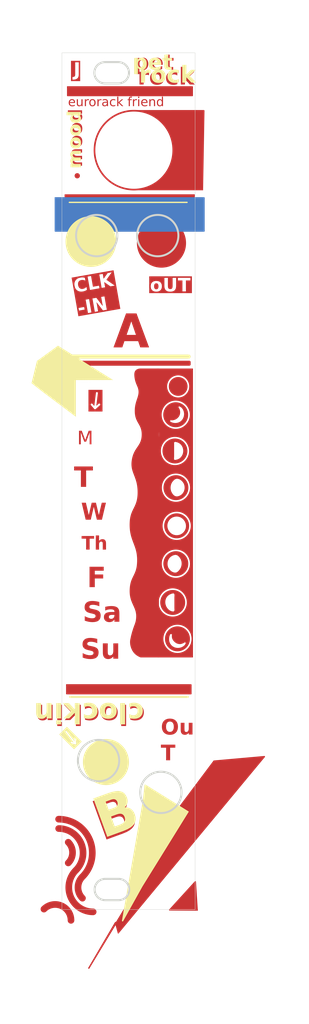
<source format=kicad_pcb>
(kicad_pcb (version 20221018) (generator pcbnew)
  (layers (0 "F.Cu" signal) (31 "B.Cu" signal) (34 "B.Paste" user) (35 "F.Paste" user) (36 "B.SilkS" user "B.Silkscreen") (37 "F.SilkS" user "F.Silkscreen") (38 "B.Mask" user) (39 "F.Mask" user) (44 "Edge.Cuts" user))
  (net 0 "")
  (gr_poly (pts (xy 4.041 137.287) (xy 8.051 130.447) (xy 8.471 131.977) (xy 30.401 105.567) (xy 22.841 106.237)) (stroke (width 0.2)) (fill solid) (layer "F.Cu"))
  (gr_poly (pts (xy 17.217745 63.357676) (xy 17.312707 63.364919) (xy 17.406302 63.376844) (xy 17.498413 63.393335) (xy 17.58892 63.414271) (xy 17.677706 63.439536) (xy 17.764651 63.46901) (xy 17.849638 63.502575) (xy 17.932548 63.540113) (xy 18.013262 63.581505) (xy 18.091662 63.626632) (xy 18.16763 63.675377) (xy 18.241047 63.72762) (xy 18.311794 63.783243) (xy 18.379754 63.842128) (xy 18.444807 63.904157) (xy 18.506836 63.96921) (xy 18.565721 64.037169) (xy 18.621344 64.107917) (xy 18.673587 64.181333) (xy 18.722332 64.257301) (xy 18.767459 64.335702) (xy 18.808851 64.416416) (xy 18.846388 64.499326) (xy 18.879954 64.584313) (xy 18.909428 64.671258) (xy 18.934692 64.760044) (xy 18.955629 64.850551) (xy 18.97212 64.942662) (xy 18.984045 65.036257) (xy 18.991287 65.131219) (xy 18.993728 65.227428) (xy 18.991287 65.323638) (xy 18.984045 65.418599) (xy 18.97212 65.512194) (xy 18.955629 65.604305) (xy 18.934692 65.694812) (xy 18.909428 65.783598) (xy 18.879954 65.870543) (xy 18.846388 65.95553) (xy 18.808851 66.03844) (xy 18.767459 66.119154) (xy 18.722332 66.197554) (xy 18.673587 66.273522) (xy 18.621344 66.346938) (xy 18.565721 66.417686) (xy 18.506836 66.485645) (xy 18.444807 66.550698) (xy 18.379754 66.612727) (xy 18.311794 66.671612) (xy 18.241047 66.727235) (xy 18.16763 66.779478) (xy 18.091662 66.828223) (xy 18.013262 66.87335) (xy 17.932548 66.914742) (xy 17.849638 66.952279) (xy 17.764651 66.985845) (xy 17.677706 67.015319) (xy 17.58892 67.040583) (xy 17.498413 67.06152) (xy 17.406302 67.078011) (xy 17.312707 67.089936) (xy 17.217745 67.097178) (xy 17.121536 67.099619) (xy 17.025326 67.097178) (xy 16.930365 67.089936) (xy 16.836769 67.078011) (xy 16.744659 67.06152) (xy 16.654152 67.040583) (xy 16.565366 67.015319) (xy 16.47842 66.985845) (xy 16.393434 66.952279) (xy 16.310524 66.914742) (xy 16.22981 66.87335) (xy 16.151409 66.828223) (xy 16.075442 66.779478) (xy 16.002025 66.727235) (xy 15.931277 66.671612) (xy 15.863318 66.612727) (xy 15.798265 66.550698) (xy 15.736236 66.485645) (xy 15.677351 66.417686) (xy 15.621728 66.346938) (xy 15.569485 66.273522) (xy 15.52074 66.197554) (xy 15.475613 66.119154) (xy 15.434221 66.03844) (xy 15.396683 65.95553) (xy 15.363118 65.870543) (xy 15.333644 65.783598) (xy 15.308379 65.694812) (xy 15.287443 65.604305) (xy 15.270952 65.512194) (xy 15.259027 65.418599) (xy 15.251785 65.323638) (xy 15.250013 65.253778) (xy 16.316315 65.253778) (xy 16.321829 65.370616) (xy 16.336256 65.486786) (xy 16.35969 65.601624) (xy 16.392228 65.714465) (xy 16.433963 65.824643) (xy 16.48499 65.931494) (xy 16.525484 66.004488) (xy 16.567085 66.072809) (xy 16.609786 66.136451) (xy 16.653579 66.19541) (xy 16.698456 66.24968) (xy 16.74441 66.299257) (xy 16.791433 66.344136) (xy 16.839518 66.384312) (xy 16.888656 66.419779) (xy 16.913618 66.435746) (xy 16.938841 66.450534) (xy 16.964323 66.464142) (xy 16.990064 66.476571) (xy 17.016063 66.487818) (xy 17.042318 66.497885) (xy 17.068829 66.506769) (xy 17.095595 66.514471) (xy 17.122615 66.520989) (xy 17.149888 66.526324) (xy 17.177413 66.530474) (xy 17.205189 66.53344) (xy 17.233215 66.535219) (xy 17.26149 66.535812) (xy 17.284595 66.535424) (xy 17.307868 66.534259) (xy 17.331307 66.532316) (xy 17.354908 66.529597) (xy 17.378667 66.526101) (xy 17.402581 66.521829) (xy 17.426646 66.516779) (xy 17.450858 66.510953) (xy 17.515143 66.492734) (xy 17.577892 66.471611) (xy 17.639029 66.447639) (xy 17.698477 66.420878) (xy 17.756162 66.391385) (xy 17.812006 66.359218) (xy 17.865934 66.324436) (xy 17.91787 66.287096) (xy 17.967738 66.247256) (xy 18.015461 66.204975) (xy 18.060965 66.160309) (xy 18.104173 66.113319) (xy 18.145009 66.06406) (xy 18.183396 66.012592) (xy 18.21926 65.958972) (xy 18.252524 65.903259) (xy 18.28546 65.840886) (xy 18.314972 65.776789) (xy 18.341045 65.711122) (xy 18.363666 65.644039) (xy 18.38282 65.575694) (xy 18.398491 65.506239) (xy 18.410667 65.43583) (xy 18.419333 65.36462) (xy 18.424474 65.292762) (xy 18.426075 65.220411) (xy 18.424124 65.147719) (xy 18.418604 65.074842) (xy 18.409502 65.001932) (xy 18.396803 64.929144) (xy 18.380493 64.856631) (xy 18.360558 64.784546) (xy 18.330276 64.699907) (xy 18.290442 64.613672) (xy 18.241781 64.527037) (xy 18.185021 64.441198) (xy 18.120887 64.357349) (xy 18.050107 64.276687) (xy 17.973407 64.200406) (xy 17.891513 64.129702) (xy 17.805152 64.06577) (xy 17.760523 64.036718) (xy 17.71505 64.009807) (xy 17.668824 63.985187) (xy 17.621934 63.963007) (xy 17.574473 63.943417) (xy 17.526531 63.926566) (xy 17.478199 63.912604) (xy 17.429567 63.90168) (xy 17.380727 63.893943) (xy 17.331769 63.889543) (xy 17.282784 63.888629) (xy 17.233862 63.891351) (xy 17.185096 63.897858) (xy 17.136574 63.9083) (xy 17.121128 63.9126) (xy 17.105808 63.917484) (xy 17.090621 63.922923) (xy 17.075572 63.928888) (xy 17.060665 63.935353) (xy 17.045907 63.942287) (xy 17.016853 63.957454) (xy 16.988453 63.974165) (xy 16.960746 63.992192) (xy 16.933773 64.011312) (xy 16.907577 64.031297) (xy 16.882196 64.051922) (xy 16.857673 64.072962) (xy 16.834049 64.094191) (xy 16.811363 64.115382) (xy 16.768973 64.156752) (xy 16.730831 64.195266) (xy 16.730524 64.19496) (xy 16.652125 64.281903) (xy 16.58169 64.374828) (xy 16.519315 64.47307) (xy 16.465094 64.575964) (xy 16.419122 64.682844) (xy 16.381493 64.793047) (xy 16.352303 64.905906) (xy 16.331647 65.020758) (xy 16.31962 65.136937) (xy 16.316315 65.253778) (xy 15.250013 65.253778) (xy 15.249344 65.227428) (xy 15.251785 65.131219) (xy 15.259027 65.036257) (xy 15.270952 64.942662) (xy 15.287443 64.850551) (xy 15.308379 64.760044) (xy 15.333644 64.671258) (xy 15.363118 64.584313) (xy 15.396683 64.499326) (xy 15.434221 64.416416) (xy 15.475613 64.335702) (xy 15.52074 64.257301) (xy 15.569485 64.181333) (xy 15.621728 64.107917) (xy 15.677351 64.037169) (xy 15.736236 63.96921) (xy 15.798265 63.904157) (xy 15.863318 63.842128) (xy 15.931277 63.783243) (xy 16.002025 63.72762) (xy 16.075441 63.675377) (xy 16.151409 63.626632) (xy 16.229809 63.581505) (xy 16.310524 63.540113) (xy 16.393433 63.502575) (xy 16.47842 63.46901) (xy 16.565366 63.439536) (xy 16.654151 63.414271) (xy 16.744659 63.393335) (xy 16.836769 63.376844) (xy 16.930365 63.364919) (xy 17.025326 63.357676) (xy 17.121536 63.355236)) (fill solid) (layer "F.Cu"))
  (gr_poly (pts (xy 19.683983 90.691993) (xy 14.419442 90.691993) (xy 14.358312 90.668455) (xy 14.294515 90.642058) (xy 14.228414 90.612663) (xy 14.16037 90.580131) (xy 14.090746 90.544323) (xy 14.019903 90.505099) (xy 13.948203 90.462319) (xy 13.876007 90.415845) (xy 13.803679 90.365536) (xy 13.73158 90.311254) (xy 13.660071 90.25286) (xy 13.589515 90.190213) (xy 13.520274 90.123174) (xy 13.452709 90.051605) (xy 13.387183 89.975365) (xy 13.324056 89.894316) (xy 13.29626 89.855826) (xy 13.27005 89.817795) (xy 13.245398 89.780364) (xy 13.22227 89.743677) (xy 13.200637 89.707874) (xy 13.180468 89.673098) (xy 13.161731 89.639491) (xy 13.144395 89.607195) (xy 13.113803 89.547104) (xy 13.088445 89.493962) (xy 13.068072 89.448905) (xy 13.052435 89.413069) (xy 13.012221 89.314862) (xy 12.972186 89.203743) (xy 12.934122 89.080466) (xy 12.916389 89.014506) (xy 12.899821 88.945789) (xy 12.884641 88.87441) (xy 12.871072 88.800465) (xy 12.859341 88.724046) (xy 12.849669 88.64525) (xy 12.842281 88.56417) (xy 12.8374 88.4809) (xy 12.835252 88.395535) (xy 12.836059 88.30817) (xy 12.839234 88.244104) (xy 12.84529 88.179247) (xy 12.854202 88.111944) (xy 12.865945 88.040541) (xy 12.880493 87.963383) (xy 12.893549 87.899667) (xy 15.233999 87.899667) (xy 15.236759 88.008489) (xy 15.244952 88.115901) (xy 15.258442 88.221767) (xy 15.277096 88.325955) (xy 15.30078 88.42833) (xy 15.329359 88.528757) (xy 15.3627 88.627104) (xy 15.400669 88.723236) (xy 15.443131 88.817018) (xy 15.489953 88.908317) (xy 15.541 88.997) (xy 15.596139 89.082931) (xy 15.655236 89.165976) (xy 15.718155 89.246003) (xy 15.784765 89.322876) (xy 15.854929 89.396462) (xy 15.928515 89.466627) (xy 16.005388 89.533236) (xy 16.085415 89.596156) (xy 16.168461 89.655252) (xy 16.254392 89.710391) (xy 16.343074 89.761438) (xy 16.434373 89.80826) (xy 16.528155 89.850723) (xy 16.624287 89.888691) (xy 16.722633 89.922032) (xy 16.823061 89.950612) (xy 16.925436 89.974295) (xy 17.029623 89.992949) (xy 17.13549 90.00644) (xy 17.242901 90.014632) (xy 17.351723 90.017392) (xy 17.460545 90.014632) (xy 17.567957 90.00644) (xy 17.673823 89.992949) (xy 17.778011 89.974295) (xy 17.880385 89.950612) (xy 17.980813 89.922032) (xy 18.079159 89.888691) (xy 18.175291 89.850723) (xy 18.269073 89.80826) (xy 18.360373 89.761438) (xy 18.449055 89.710391) (xy 18.534986 89.655252) (xy 18.618032 89.596156) (xy 18.698058 89.533236) (xy 18.774932 89.466627) (xy 18.848518 89.396462) (xy 18.918682 89.322876) (xy 18.985292 89.246003) (xy 19.048211 89.165976) (xy 19.107308 89.082931) (xy 19.162447 88.997) (xy 19.213494 88.908317) (xy 19.260316 88.817018) (xy 19.302779 88.723236) (xy 19.340747 88.627104) (xy 19.374088 88.528757) (xy 19.402668 88.42833) (xy 19.426351 88.325955) (xy 19.445005 88.221767) (xy 19.458496 88.115901) (xy 19.466688 88.008489) (xy 19.469449 87.899667) (xy 19.466688 87.790844) (xy 19.458496 87.683433) (xy 19.445005 87.577566) (xy 19.426351 87.473379) (xy 19.402668 87.371004) (xy 19.374088 87.270576) (xy 19.340747 87.17223) (xy 19.302779 87.076098) (xy 19.260316 86.982316) (xy 19.213494 86.891016) (xy 19.162447 86.802334) (xy 19.107308 86.716403) (xy 19.048211 86.633357) (xy 18.985292 86.553331) (xy 18.918682 86.476457) (xy 18.848518 86.402871) (xy 18.774932 86.332707) (xy 18.698058 86.266098) (xy 18.618032 86.203178) (xy 18.534986 86.144081) (xy 18.449055 86.088943) (xy 18.360373 86.037895) (xy 18.269073 85.991073) (xy 18.175291 85.948611) (xy 18.079159 85.910642) (xy 17.980813 85.877301) (xy 17.880385 85.848722) (xy 17.778011 85.825038) (xy 17.673823 85.806384) (xy 17.567957 85.792894) (xy 17.460545 85.784702) (xy 17.351723 85.781941) (xy 17.242901 85.784702) (xy 17.13549 85.792894) (xy 17.029623 85.806384) (xy 16.925436 85.825038) (xy 16.823061 85.848722) (xy 16.722633 85.877301) (xy 16.624287 85.910642) (xy 16.528155 85.948611) (xy 16.434373 85.991073) (xy 16.343074 86.037895) (xy 16.254392 86.088943) (xy 16.168461 86.144081) (xy 16.085415 86.203178) (xy 16.005388 86.266098) (xy 15.928515 86.332707) (xy 15.854929 86.402871) (xy 15.784765 86.476457) (xy 15.718155 86.553331) (xy 15.655236 86.633357) (xy 15.596139 86.716403) (xy 15.541 86.802334) (xy 15.489953 86.891016) (xy 15.443131 86.982316) (xy 15.400669 87.076098) (xy 15.3627 87.17223) (xy 15.329359 87.270576) (xy 15.30078 87.371004) (xy 15.277096 87.473379) (xy 15.258442 87.577566) (xy 15.244952 87.683433) (xy 15.236759 87.790844) (xy 15.233999 87.899667) (xy 12.893549 87.899667) (xy 12.897821 87.878816) (xy 12.940718 87.680836) (xy 12.967419 87.559296) (xy 12.996068 87.432062) (xy 13.027019 87.303577) (xy 13.060645 87.172473) (xy 13.097322 87.037384) (xy 13.137422 86.896943) (xy 13.181321 86.749784) (xy 13.282009 86.429843) (xy 13.30836 86.349913) (xy 13.334218 86.273631) (xy 13.384327 86.131059) (xy 13.432077 86.000227) (xy 13.477208 85.879236) (xy 13.531016 85.734375) (xy 13.580461 85.59529) (xy 13.625037 85.457399) (xy 13.64534 85.38747) (xy 13.664235 85.31612) (xy 13.681659 85.242778) (xy 13.697549 85.166871) (xy 13.711841 85.087826) (xy 13.724472 85.00507) (xy 13.735378 84.91803) (xy 13.744497 84.826134) (xy 13.751764 84.728808) (xy 13.757116 84.625481) (xy 13.759664 84.49401) (xy 13.756502 84.367182) (xy 13.747987 84.244643) (xy 13.73448 84.126036) (xy 13.716341 84.011007) (xy 13.693929 83.899198) (xy 13.667604 83.790255) (xy 13.637725 83.683822) (xy 13.604652 83.579544) (xy 13.568745 83.477064) (xy 13.530364 83.376028) (xy 13.489868 83.276079) (xy 13.40397 83.078022) (xy 13.313928 82.880047) (xy 13.210633 82.652546) (xy 13.120593 82.442994) (xy 14.52011 82.442994) (xy 14.522871 82.551816) (xy 14.531063 82.659228) (xy 14.544553 82.765094) (xy 14.563207 82.869282) (xy 14.586891 82.971657) (xy 14.61547 83.072084) (xy 14.648811 83.170431) (xy 14.68678 83.266563) (xy 14.729242 83.360345) (xy 14.776064 83.451645) (xy 14.827112 83.540327) (xy 14.882251 83.626258) (xy 14.941347 83.709304) (xy 15.004267 83.78933) (xy 15.070876 83.866203) (xy 15.141041 83.939789) (xy 15.214627 84.009954) (xy 15.2915 84.076563) (xy 15.371527 84.139483) (xy 15.454573 84.198579) (xy 15.540504 84.253718) (xy 15.629186 84.304766) (xy 15.720485 84.351587) (xy 15.814267 84.39405) (xy 15.910399 84.432018) (xy 16.008746 84.465359) (xy 16.109173 84.493939) (xy 16.211548 84.517622) (xy 16.315735 84.536276) (xy 16.421602 84.549767) (xy 16.529013 84.557959) (xy 16.637835 84.56072) (xy 16.746657 84.557959) (xy 16.854069 84.549767) (xy 16.959935 84.536276) (xy 17.064122 84.517622) (xy 17.166497 84.493939) (xy 17.266925 84.465359) (xy 17.365271 84.432018) (xy 17.461403 84.39405) (xy 17.555185 84.351587) (xy 17.646484 84.304766) (xy 17.735167 84.253718) (xy 17.821098 84.198579) (xy 17.904143 84.139483) (xy 17.98417 84.076563) (xy 18.061043 84.009954) (xy 18.134629 83.939789) (xy 18.204794 83.866203) (xy 18.271403 83.78933) (xy 18.334323 83.709304) (xy 18.393419 83.626258) (xy 18.448558 83.540327) (xy 18.499606 83.451645) (xy 18.546427 83.360345) (xy 18.58889 83.266563) (xy 18.626859 83.170431) (xy 18.6602 83.072084) (xy 18.688779 82.971657) (xy 18.712463 82.869282) (xy 18.731117 82.765094) (xy 18.744607 82.659228) (xy 18.752799 82.551816) (xy 18.75556 82.442994) (xy 18.752799 82.334172) (xy 18.744607 82.22676) (xy 18.731117 82.120894) (xy 18.712463 82.016706) (xy 18.688779 81.914331) (xy 18.6602 81.813904) (xy 18.626859 81.715557) (xy 18.58889 81.619425) (xy 18.546427 81.525643) (xy 18.499606 81.434343) (xy 18.448558 81.345661) (xy 18.393419 81.25973) (xy 18.334323 81.176684) (xy 18.271403 81.096658) (xy 18.204794 81.019785) (xy 18.134629 80.946199) (xy 18.061043 80.876034) (xy 17.98417 80.809425) (xy 17.904143 80.746505) (xy 17.821098 80.687409) (xy 17.735167 80.63227) (xy 17.646484 80.581222) (xy 17.555185 80.5344) (xy 17.461403 80.491938) (xy 17.365271 80.45397) (xy 17.266925 80.420628) (xy 17.166497 80.392049) (xy 17.064122 80.368365) (xy 16.959935 80.349711) (xy 16.854069 80.336221) (xy 16.746657 80.328029) (xy 16.637835 80.325268) (xy 16.529013 80.328029) (xy 16.421602 80.336221) (xy 16.315735 80.349711) (xy 16.211548 80.368365) (xy 16.109173 80.392049) (xy 16.008745 80.420628) (xy 15.910399 80.45397) (xy 15.814267 80.491938) (xy 15.720485 80.5344) (xy 15.629186 80.581222) (xy 15.540503 80.63227) (xy 15.454572 80.687409) (xy 15.371527 80.746505) (xy 15.2915 80.809425) (xy 15.214627 80.876034) (xy 15.141041 80.946199) (xy 15.070876 81.019785) (xy 15.004267 81.096658) (xy 14.941347 81.176684) (xy 14.882251 81.25973) (xy 14.827112 81.345661) (xy 14.776064 81.434343) (xy 14.729242 81.525643) (xy 14.68678 81.619425) (xy 14.648811 81.715557) (xy 14.61547 81.813904) (xy 14.586891 81.914331) (xy 14.563207 82.016706) (xy 14.544553 82.120894) (xy 14.531063 82.22676) (xy 14.522871 82.334172) (xy 14.52011 82.442994) (xy 13.120593 82.442994) (xy 13.110164 82.418722) (xy 13.016242 82.174151) (xy 12.972897 82.046454) (xy 12.932584 81.91441) (xy 12.895767 81.777468) (xy 12.86291 81.635074) (xy 12.83448 81.486675) (xy 12.81094 81.331719) (xy 12.792755 81.169653) (xy 12.780391 80.999922) (xy 12.774311 80.821975) (xy 12.774982 80.635259) (xy 12.782325 80.438031) (xy 12.795124 80.252584) (xy 12.813001 80.078161) (xy 12.835579 79.914005) (xy 12.862481 79.759358) (xy 12.893328 79.613463) (xy 12.927743 79.475565) (xy 12.965348 79.344904) (xy 13.005765 79.220725) (xy 13.048618 79.10227) (xy 13.093528 78.988782) (xy 13.140118 78.879504) (xy 13.236825 78.670549) (xy 13.335719 78.46935) (xy 13.424813 78.28832) (xy 13.512417 78.101443) (xy 13.596266 77.904394) (xy 13.636075 77.800704) (xy 13.674095 77.69285) (xy 13.710043 77.580292) (xy 13.743637 77.462489) (xy 13.774592 77.3389) (xy 13.802626 77.208986) (xy 13.827455 77.072206) (xy 13.848796 76.928019) (xy 13.866367 76.775886) (xy 13.87872 76.629075) (xy 14.991841 76.629075) (xy 14.994602 76.737897) (xy 15.002794 76.845308) (xy 15.016284 76.951175) (xy 15.034938 77.055363) (xy 15.058622 77.157737) (xy 15.087201 77.258165) (xy 15.120542 77.356512) (xy 15.158511 77.452643) (xy 15.200973 77.546426) (xy 15.247795 77.637725) (xy 15.298843 77.726407) (xy 15.353982 77.812338) (xy 15.413078 77.895384) (xy 15.475998 77.975411) (xy 15.542607 78.052284) (xy 15.612772 78.12587) (xy 15.686358 78.196034) (xy 15.763231 78.262644) (xy 15.843258 78.325563) (xy 15.926303 78.38466) (xy 16.012234 78.439799) (xy 16.100917 78.490846) (xy 16.192216 78.537668) (xy 16.285998 78.58013) (xy 16.38213 78.618099) (xy 16.480476 78.65144) (xy 16.580904 78.680019) (xy 16.683278 78.703703) (xy 16.787466 78.722357) (xy 16.893332 78.735847) (xy 17.000744 78.74404) (xy 17.109566 78.7468) (xy 17.218388 78.74404) (xy 17.325799 78.735847) (xy 17.431666 78.722357) (xy 17.535853 78.703703) (xy 17.638228 78.680019) (xy 17.738655 78.65144) (xy 17.837002 78.618099) (xy 17.933133 78.58013) (xy 18.026916 78.537668) (xy 18.118215 78.490846) (xy 18.206897 78.439799) (xy 18.292828 78.38466) (xy 18.375874 78.325563) (xy 18.4559 78.262644) (xy 18.532774 78.196034) (xy 18.60636 78.12587) (xy 18.676524 78.052284) (xy 18.743134 77.975411) (xy 18.806053 77.895384) (xy 18.86515 77.812338) (xy 18.920289 77.726407) (xy 18.971336 77.637725) (xy 19.018158 77.546426) (xy 19.06062 77.452643) (xy 19.098589 77.356512) (xy 19.13193 77.258165) (xy 19.16051 77.157737) (xy 19.184193 77.055363) (xy 19.202847 76.951175) (xy 19.216338 76.845308) (xy 19.22453 76.737897) (xy 19.227291 76.629075) (xy 19.22453 76.520252) (xy 19.216338 76.412841) (xy 19.202847 76.306974) (xy 19.184193 76.202786) (xy 19.16051 76.100412) (xy 19.13193 75.999984) (xy 19.098589 75.901637) (xy 19.06062 75.805506) (xy 19.018158 75.711723) (xy 18.971336 75.620424) (xy 18.920289 75.531742) (xy 18.86515 75.445811) (xy 18.806053 75.362765) (xy 18.743134 75.282738) (xy 18.676524 75.205865) (xy 18.60636 75.132279) (xy 18.532774 75.062115) (xy 18.4559 74.995505) (xy 18.375874 74.932586) (xy 18.292828 74.873489) (xy 18.206897 74.81835) (xy 18.118215 74.767303) (xy 18.026916 74.720481) (xy 17.933133 74.678019) (xy 17.837002 74.64005) (xy 17.738655 74.606709) (xy 17.638228 74.57813) (xy 17.535853 74.554446) (xy 17.431666 74.535792) (xy 17.325799 74.522302) (xy 17.218388 74.514109) (xy 17.109566 74.511349) (xy 17.000744 74.514109) (xy 16.893332 74.522302) (xy 16.787466 74.535792) (xy 16.683278 74.554446) (xy 16.580904 74.57813) (xy 16.480476 74.606709) (xy 16.382129 74.64005) (xy 16.285998 74.678019) (xy 16.192216 74.720481) (xy 16.100916 74.767303) (xy 16.012234 74.81835) (xy 15.926303 74.873489) (xy 15.843257 74.932586) (xy 15.763231 74.995505) (xy 15.686357 75.062115) (xy 15.612772 75.132279) (xy 15.542607 75.205865) (xy 15.475998 75.282738) (xy 15.413078 75.362765) (xy 15.353982 75.445811) (xy 15.298843 75.531742) (xy 15.247795 75.620424) (xy 15.200973 75.711723) (xy 15.158511 75.805506) (xy 15.120542 75.901637) (xy 15.087201 75.999984) (xy 15.058622 76.100412) (xy 15.034938 76.202786) (xy 15.016284 76.306974) (xy 15.002794 76.412841) (xy 14.994602 76.520252) (xy 14.991841 76.629075) (xy 13.87872 76.629075) (xy 13.879882 76.615265) (xy 13.893669 76.355535) (xy 13.898574 76.109494) (xy 13.895162 75.876157) (xy 13.883997 75.654538) (xy 13.865642 75.443652) (xy 13.840661 75.242512) (xy 13.809617 75.050134) (xy 13.773075 74.865532) (xy 13.731599 74.687721) (xy 13.685752 74.515714) (xy 13.636097 74.348528) (xy 13.5832 74.185175) (xy 13.469929 73.86603) (xy 13.350451 73.550395) (xy 13.237745 73.252633) (xy 13.128253 72.946041) (xy 13.0262 72.624322) (xy 12.979282 72.455822) (xy 12.935807 72.281178) (xy 12.896302 72.099604) (xy 12.861297 71.910311) (xy 12.831317 71.712513) (xy 12.806892 71.505423) (xy 12.788549 71.288252) (xy 12.776815 71.060215) (xy 12.774724 70.951116) (xy 15.114608 70.951116) (xy 15.117368 71.059938) (xy 15.125561 71.167349) (xy 15.139051 71.273216) (xy 15.157705 71.377403) (xy 15.181389 71.479778) (xy 15.209968 71.580205) (xy 15.243309 71.678552) (xy 15.281278 71.774684) (xy 15.32374 71.868466) (xy 15.370562 71.959765) (xy 15.421609 72.048448) (xy 15.476748 72.134379) (xy 15.535845 72.217424) (xy 15.598765 72.297451) (xy 15.665374 72.374324) (xy 15.735538 72.44791) (xy 15.809124 72.518075) (xy 15.885998 72.584684) (xy 15.966024 72.647604) (xy 16.04907 72.7067) (xy 16.135001 72.761839) (xy 16.223683 72.812887) (xy 16.314982 72.859709) (xy 16.408765 72.902171) (xy 16.504896 72.94014) (xy 16.603243 72.973481) (xy 16.703671 73.00206) (xy 16.806045 73.025744) (xy 16.910233 73.044398) (xy 17.016099 73.057888) (xy 17.12351 73.066081) (xy 17.232333 73.068841) (xy 17.341155 73.066081) (xy 17.448566 73.057888) (xy 17.554432 73.044398) (xy 17.65862 73.025744) (xy 17.760994 73.00206) (xy 17.861422 72.973481) (xy 17.959768 72.94014) (xy 18.0559 72.902171) (xy 18.149682 72.859709) (xy 18.240982 72.812887) (xy 18.329664 72.761839) (xy 18.415595 72.7067) (xy 18.498641 72.647604) (xy 18.578667 72.584684) (xy 18.65554 72.518075) (xy 18.729126 72.44791) (xy 18.799291 72.374324) (xy 18.8659 72.297451) (xy 18.92882 72.217424) (xy 18.987917 72.134379) (xy 19.043055 72.048448) (xy 19.094103 71.959765) (xy 19.140925 71.868466) (xy 19.183387 71.774684) (xy 19.221356 71.678552) (xy 19.254697 71.580205) (xy 19.283276 71.479778) (xy 19.30696 71.377403) (xy 19.325614 71.273216) (xy 19.339104 71.167349) (xy 19.347297 71.059938) (xy 19.350057 70.951116) (xy 19.347297 70.842293) (xy 19.339104 70.734882) (xy 19.325614 70.629016) (xy 19.30696 70.524828) (xy 19.283276 70.422453) (xy 19.254697 70.322026) (xy 19.221356 70.223679) (xy 19.183387 70.127548) (xy 19.140925 70.033765) (xy 19.094103 69.942466) (xy 19.043055 69.853784) (xy 18.987917 69.767853) (xy 18.92882 69.684807) (xy 18.8659 69.60478) (xy 18.799291 69.527907) (xy 18.729126 69.454321) (xy 18.65554 69.384156) (xy 18.578667 69.317547) (xy 18.498641 69.254627) (xy 18.415595 69.195531) (xy 18.329664 69.140392) (xy 18.240982 69.089344) (xy 18.149682 69.042522) (xy 18.0559 69.00006) (xy 17.959768 68.962091) (xy 17.861422 68.92875) (xy 17.760994 68.900171) (xy 17.65862 68.876487) (xy 17.554432 68.857833) (xy 17.448566 68.844343) (xy 17.341155 68.83615) (xy 17.232333 68.83339) (xy 17.12351 68.83615) (xy 17.016099 68.844343) (xy 16.910233 68.857833) (xy 16.806045 68.876487) (xy 16.70367 68.900171) (xy 16.603243 68.92875) (xy 16.504896 68.962091) (xy 16.408765 69.00006) (xy 16.314982 69.042522) (xy 16.223683 69.089344) (xy 16.135001 69.140392) (xy 16.04907 69.195531) (xy 15.966024 69.254627) (xy 15.885997 69.317547) (xy 15.809124 69.384156) (xy 15.735538 69.454321) (xy 15.665374 69.527907) (xy 15.598764 69.60478) (xy 15.535845 69.684807) (xy 15.476748 69.767853) (xy 15.421609 69.853784) (xy 15.370562 69.942466) (xy 15.32374 70.033765) (xy 15.281278 70.127548) (xy 15.243309 70.223679) (xy 15.209968 70.322026) (xy 15.181389 70.422453) (xy 15.157705 70.524828) (xy 15.139051 70.629016) (xy 15.125561 70.734882) (xy 15.117368 70.842293) (xy 15.114608 70.951116) (xy 12.774724 70.951116) (xy 12.77222 70.820524) (xy 12.775289 70.568391) (xy 12.783902 70.367338) (xy 12.7982 70.177906) (xy 12.817788 69.999349) (xy 12.842274 69.830922) (xy 12.871262 69.671881) (xy 12.90436 69.521481) (xy 12.941173 69.378976) (xy 12.981307 69.243622) (xy 13.024369 69.114674) (xy 13.069965 68.991387) (xy 13.117701 68.873015) (xy 13.167183 68.758814) (xy 13.269811 68.539945) (xy 13.374698 68.328819) (xy 13.485383 68.105623) (xy 13.593275 67.873557) (xy 13.645002 67.752011) (xy 13.694627 67.625623) (xy 13.741682 67.493518) (xy 13.785697 67.35482) (xy 13.826206 67.208657) (xy 13.86274 67.054151) (xy 13.894831 66.890429) (xy 13.922011 66.716616) (xy 13.943813 66.531836) (xy 13.959767 66.335215) (xy 13.969407 66.125879) (xy 13.972264 65.902951) (xy 13.968419 65.689119) (xy 13.958566 65.485204) (xy 13.943157 65.290677) (xy 13.936169 65.227428) (xy 15.003811 65.227428) (xy 15.006572 65.33625) (xy 15.014764 65.443661) (xy 15.028254 65.549528) (xy 15.046908 65.653715) (xy 15.070592 65.75609) (xy 15.099171 65.856517) (xy 15.132513 65.954864) (xy 15.170481 66.050995) (xy 15.212943 66.144778) (xy 15.259765 66.236077) (xy 15.310813 66.324759) (xy 15.365952 66.41069) (xy 15.425048 66.493736) (xy 15.487968 66.573762) (xy 15.554577 66.650635) (xy 15.624742 66.724221) (xy 15.698328 66.794386) (xy 15.775201 66.860995) (xy 15.855227 66.923915) (xy 15.938273 66.983011) (xy 16.024204 67.03815) (xy 16.112886 67.089198) (xy 16.204186 67.13602) (xy 16.297968 67.178482) (xy 16.394099 67.216451) (xy 16.492446 67.249792) (xy 16.592874 67.278371) (xy 16.695248 67.302055) (xy 16.799436 67.320709) (xy 16.905302 67.334199) (xy 17.012713 67.342392) (xy 17.121535 67.345152) (xy 17.230358 67.342392) (xy 17.337769 67.334199) (xy 17.443636 67.320709) (xy 17.547823 67.302055) (xy 17.650198 67.278371) (xy 17.750625 67.249792) (xy 17.848972 67.216451) (xy 17.945103 67.178482) (xy 18.038886 67.13602) (xy 18.130185 67.089198) (xy 18.218867 67.03815) (xy 18.304798 66.983011) (xy 18.387844 66.923915) (xy 18.467871 66.860995) (xy 18.544744 66.794386) (xy 18.61833 66.724221) (xy 18.688495 66.650635) (xy 18.755104 66.573762) (xy 18.818024 66.493736) (xy 18.87712 66.41069) (xy 18.932259 66.324759) (xy 18.983307 66.236077) (xy 19.030129 66.144778) (xy 19.072591 66.050995) (xy 19.11056 65.954864) (xy 19.143901 65.856517) (xy 19.17248 65.75609) (xy 19.196164 65.653715) (xy 19.214818 65.549528) (xy 19.228308 65.443661) (xy 19.236501 65.33625) (xy 19.239261 65.227428) (xy 19.236501 65.118606) (xy 19.228308 65.011195) (xy 19.214818 64.905328) (xy 19.196164 64.801141) (xy 19.17248 64.698766) (xy 19.143901 64.598338) (xy 19.11056 64.499992) (xy 19.072591 64.40386) (xy 19.030129 64.310078) (xy 18.983307 64.218778) (xy 18.932259 64.130096) (xy 18.87712 64.044165) (xy 18.818024 63.961119) (xy 18.755104 63.881093) (xy 18.688495 63.80422) (xy 18.61833 63.730634) (xy 18.544744 63.660469) (xy 18.467871 63.59386) (xy 18.387844 63.53094) (xy 18.304798 63.471843) (xy 18.218867 63.416704) (xy 18.130185 63.365657) (xy 18.038886 63.318835) (xy 17.945103 63.276373) (xy 17.848972 63.238404) (xy 17.750625 63.205063) (xy 17.650198 63.176483) (xy 17.547823 63.1528) (xy 17.443636 63.134146) (xy 17.337769 63.120656) (xy 17.230358 63.112463) (xy 17.121535 63.109703) (xy 17.012713 63.112463) (xy 16.905302 63.120656) (xy 16.799436 63.134146) (xy 16.695248 63.1528) (xy 16.592874 63.176483) (xy 16.492446 63.205063) (xy 16.394099 63.238404) (xy 16.297968 63.276373) (xy 16.204186 63.318835) (xy 16.112886 63.365657) (xy 16.024204 63.416704) (xy 15.938273 63.471843) (xy 15.855227 63.53094) (xy 15.775201 63.59386) (xy 15.698328 63.660469) (xy 15.624742 63.730634) (xy 15.554577 63.80422) (xy 15.487968 63.881093) (xy 15.425048 63.961119) (xy 15.365952 64.044165) (xy 15.310813 64.130096) (xy 15.259765 64.218778) (xy 15.212943 64.310078) (xy 15.170481 64.40386) (xy 15.132513 64.499992) (xy 15.099171 64.598338) (xy 15.070592 64.698766) (xy 15.046908 64.801141) (xy 15.028254 64.905328) (xy 15.014764 65.011195) (xy 15.006572 65.118606) (xy 15.003811 65.227428) (xy 13.936169 65.227428) (xy 13.922644 65.105011) (xy 13.897479 64.927675) (xy 13.868113 64.758144) (xy 13.834999 64.595887) (xy 13.798588 64.440378) (xy 13.759332 64.291087) (xy 13.717682 64.147486) (xy 13.674092 64.009048) (xy 13.629012 63.875243) (xy 13.53619 63.619423) (xy 13.442833 63.375798) (xy 13.341871 63.111714) (xy 13.248933 62.850501) (xy 13.206884 62.719026) (xy 13.168534 62.585935) (xy 13.134446 62.450451) (xy 13.105186 62.311795) (xy 13.081317 62.16919) (xy 13.063404 62.021858) (xy 13.052011 61.869022) (xy 13.047702 61.709903) (xy 13.051041 61.543723) (xy 13.062592 61.369706) (xy 13.082921 61.187073) (xy 13.11259 60.995046) (xy 13.1437 60.833395) (xy 13.178611 60.680683) (xy 13.217052 60.536338) (xy 13.258755 60.39979) (xy 13.303448 60.270468) (xy 13.350862 60.147801) (xy 13.400726 60.031217) (xy 13.452769 59.920146) (xy 13.506723 59.814018) (xy 13.555846 59.724103) (xy 14.858026 59.724103) (xy 14.860786 59.832925) (xy 14.868979 59.940337) (xy 14.882469 60.046203) (xy 14.901123 60.150391) (xy 14.924807 60.252765) (xy 14.953386 60.353193) (xy 14.986727 60.451539) (xy 15.024696 60.547671) (xy 15.067158 60.641453) (xy 15.11398 60.732753) (xy 15.165028 60.821435) (xy 15.220166 60.907366) (xy 15.279263 60.990412) (xy 15.342183 61.070438) (xy 15.408792 61.147312) (xy 15.478957 61.220898) (xy 15.552543 61.291062) (xy 15.629416 61.357672) (xy 15.709442 61.420591) (xy 15.792488 61.479688) (xy 15.878419 61.534827) (xy 15.967101 61.585874) (xy 16.058401 61.632696) (xy 16.152183 61.675158) (xy 16.248315 61.713127) (xy 16.346661 61.746468) (xy 16.447089 61.775048) (xy 16.549463 61.798731) (xy 16.653651 61.817385) (xy 16.759517 61.830876) (xy 16.866928 61.839068) (xy 16.975751 61.841829) (xy 17.084573 61.839068) (xy 17.191984 61.830876) (xy 17.29785 61.817385) (xy 17.402038 61.798731) (xy 17.504412 61.775048) (xy 17.60484 61.746468) (xy 17.703186 61.713127) (xy 17.799318 61.675159) (xy 17.8931 61.632696) (xy 17.9844 61.585875) (xy 18.073082 61.534827) (xy 18.159013 61.479688) (xy 18.242059 61.420592) (xy 18.322085 61.357672) (xy 18.398958 61.291063) (xy 18.472544 61.220898) (xy 18.542709 61.147312) (xy 18.609318 61.070439) (xy 18.672238 60.990413) (xy 18.731335 60.907367) (xy 18.786473 60.821436) (xy 18.837521 60.732754) (xy 18.884343 60.641454) (xy 18.926805 60.547672) (xy 18.964774 60.45154) (xy 18.998115 60.353194) (xy 19.026694 60.252766) (xy 19.050378 60.150392) (xy 19.069032 60.046204) (xy 19.082522 59.940338) (xy 19.090715 59.832926) (xy 19.093475 59.724104) (xy 19.090715 59.615282) (xy 19.082522 59.50787) (xy 19.069032 59.402004) (xy 19.050378 59.297817) (xy 19.026694 59.195442) (xy 18.998115 59.095014) (xy 18.964774 58.996668) (xy 18.926805 58.900536) (xy 18.884343 58.806754) (xy 18.837521 58.715455) (xy 18.786473 58.626773) (xy 18.731335 58.540842) (xy 18.672238 58.457796) (xy 18.609318 58.377769) (xy 18.542709 58.300896) (xy 18.472544 58.22731) (xy 18.398958 58.157145) (xy 18.322085 58.090536) (xy 18.242059 58.027616) (xy 18.159013 57.96852) (xy 18.073082 57.913381) (xy 17.9844 57.862333) (xy 17.8931 57.815512) (xy 17.799318 57.773049) (xy 17.703186 57.735081) (xy 17.60484 57.701739) (xy 17.504412 57.67316) (xy 17.402038 57.649476) (xy 17.29785 57.630822) (xy 17.191984 57.617332) (xy 17.084573 57.60914) (xy 16.975751 57.606379) (xy 16.975751 57.606378) (xy 16.866928 57.609139) (xy 16.759517 57.617331) (xy 16.653651 57.630821) (xy 16.549463 57.649475) (xy 16.447089 57.673159) (xy 16.346661 57.701739) (xy 16.248314 57.73508) (xy 16.152183 57.773048) (xy 16.0584 57.815511) (xy 15.967101 57.862333) (xy 15.878419 57.91338) (xy 15.792488 57.968519) (xy 15.709442 58.027615) (xy 15.629416 58.090535) (xy 15.552542 58.157144) (xy 15.478956 58.227309) (xy 15.408792 58.300895) (xy 15.342183 58.377768) (xy 15.279263 58.457795) (xy 15.220166 58.540841) (xy 15.165027 58.626772) (xy 15.11398 58.715454) (xy 15.067158 58.806753) (xy 15.024696 58.900536) (xy 14.986727 58.996667) (xy 14.953386 59.095014) (xy 14.924807 59.195441) (xy 14.901123 59.297816) (xy 14.882469 59.402003) (xy 14.868979 59.50787) (xy 14.860786 59.615281) (xy 14.858026 59.724103) (xy 13.555846 59.724103) (xy 13.562316 59.71226) (xy 13.619279 59.614302) (xy 13.677341 59.519572) (xy 13.795682 59.337517) (xy 13.915177 59.161525) (xy 14.040344 58.976749) (xy 14.160404 58.78925) (xy 14.217471 58.692819) (xy 14.272004 58.593716) (xy 14.323584 58.491276) (xy 14.371793 58.384834) (xy 14.41621 58.273728) (xy 14.456418 58.157293) (xy 14.491997 58.034865) (xy 14.522527 57.905781) (xy 14.547591 57.769375) (xy 14.566769 57.624983) (xy 14.579642 57.471943) (xy 14.58579 57.30959) (xy 14.585211 57.160605) (xy 14.578877 57.020086) (xy 14.567152 56.88743) (xy 14.550395 56.762032) (xy 14.528967 56.643288) (xy 14.503231 56.530593) (xy 14.473546 56.423344) (xy 14.440274 56.320935) (xy 14.403776 56.222764) (xy 14.364412 56.128225) (xy 14.322545 56.036715) (xy 14.278534 55.947629) (xy 14.232741 55.860363) (xy 14.185527 55.774312) (xy 14.088279 55.603441) (xy 13.988054 55.427248) (xy 13.890318 55.24442) (xy 13.843422 55.148902) (xy 13.798394 55.049787) (xy 13.75565 54.946429) (xy 13.715605 54.838182) (xy 13.678676 54.7244) (xy 13.645276 54.604436) (xy 13.615822 54.477645) (xy 13.590729 54.34338) (xy 13.58322 54.290759) (xy 14.972199 54.290759) (xy 14.974959 54.399581) (xy 14.983152 54.506992) (xy 14.996642 54.612859) (xy 15.015296 54.717046) (xy 15.03898 54.819421) (xy 15.067559 54.919848) (xy 15.1009 55.018195) (xy 15.138869 55.114326) (xy 15.181331 55.208109) (xy 15.228153 55.299408) (xy 15.2792 55.38809) (xy 15.334339 55.474021) (xy 15.393436 55.557067) (xy 15.456356 55.637094) (xy 15.522965 55.713967) (xy 15.59313 55.787553) (xy 15.666716 55.857717) (xy 15.743589 55.924327) (xy 15.823615 55.987247) (xy 15.906661 56.046343) (xy 15.992592 56.101482) (xy 16.081274 56.152529) (xy 16.172574 56.199351) (xy 16.266356 56.241814) (xy 16.362488 56.279782) (xy 16.460834 56.313123) (xy 16.561262 56.341703) (xy 16.663636 56.365387) (xy 16.767824 56.384041) (xy 16.87369 56.397531) (xy 16.981102 56.405723) (xy 17.089924 56.408484) (xy 17.198746 56.405723) (xy 17.306157 56.397531) (xy 17.412024 56.384041) (xy 17.516211 56.365387) (xy 17.618586 56.341703) (xy 17.719013 56.313123) (xy 17.81736 56.279782) (xy 17.913491 56.241814) (xy 18.007274 56.199351) (xy 18.098573 56.152529) (xy 18.187255 56.101482) (xy 18.273186 56.046343) (xy 18.356232 55.987247) (xy 18.436258 55.924327) (xy 18.513132 55.857717) (xy 18.586718 55.787553) (xy 18.656882 55.713967) (xy 18.723492 55.637094) (xy 18.786411 55.557067) (xy 18.845508 55.474021) (xy 18.900647 55.38809) (xy 18.951694 55.299408) (xy 18.998516 55.208109) (xy 19.040978 55.114326) (xy 19.078947 55.018195) (xy 19.112288 54.919848) (xy 19.140868 54.819421) (xy 19.164551 54.717046) (xy 19.183205 54.612859) (xy 19.196696 54.506992) (xy 19.204888 54.399581) (xy 19.207649 54.290759) (xy 19.204888 54.181937) (xy 19.196696 54.074525) (xy 19.183205 53.968659) (xy 19.164551 53.864471) (xy 19.140868 53.762097) (xy 19.112288 53.661669) (xy 19.078947 53.563323) (xy 19.040978 53.467191) (xy 18.998516 53.373409) (xy 18.951694 53.282109) (xy 18.900647 53.193427) (xy 18.845508 53.107496) (xy 18.786411 53.02445) (xy 18.723492 52.944424) (xy 18.656882 52.867551) (xy 18.586718 52.793965) (xy 18.513132 52.7238) (xy 18.436258 52.657191) (xy 18.356232 52.594271) (xy 18.273186 52.535174) (xy 18.187255 52.480035) (xy 18.098573 52.428988) (xy 18.007274 52.382166) (xy 17.913491 52.339704) (xy 17.81736 52.301735) (xy 17.719013 52.268394) (xy 17.618586 52.239815) (xy 17.516211 52.216131) (xy 17.412024 52.197477) (xy 17.306157 52.183987) (xy 17.198746 52.175794) (xy 17.089924 52.173034) (xy 16.981102 52.175794) (xy 16.87369 52.183987) (xy 16.767824 52.197477) (xy 16.663636 52.216131) (xy 16.561262 52.239815) (xy 16.460834 52.268394) (xy 16.362488 52.301735) (xy 16.266356 52.339704) (xy 16.172574 52.382166) (xy 16.081274 52.428988) (xy 15.992592 52.480035) (xy 15.906661 52.535174) (xy 15.823615 52.594271) (xy 15.743589 52.657191) (xy 15.666715 52.7238) (xy 15.593129 52.793965) (xy 15.522965 52.867551) (xy 15.456356 52.944424) (xy 15.393436 53.02445) (xy 15.334339 53.107496) (xy 15.2792 53.193427) (xy 15.228153 53.282109) (xy 15.181331 53.373409) (xy 15.138869 53.467191) (xy 15.1009 53.563323) (xy 15.067559 53.661669) (xy 15.03898 53.762097) (xy 15.015296 53.864471) (xy 14.996642 53.968659) (xy 14.983152 54.074525) (xy 14.974959 54.181937) (xy 14.972199 54.290759) (xy 13.58322 54.290759) (xy 13.570412 54.200996) (xy 13.555287 54.049846) (xy 13.545769 53.889285) (xy 13.542274 53.718666) (xy 13.544117 53.578518) (xy 13.549908 53.443353) (xy 13.559351 53.312938) (xy 13.572151 53.187038) (xy 13.588011 53.065423) (xy 13.606637 52.947858) (xy 13.627731 52.834111) (xy 13.650999 52.723949) (xy 13.676145 52.617139) (xy 13.702872 52.513449) (xy 13.759888 52.314494) (xy 13.81968 52.125221) (xy 13.879882 51.943767) (xy 13.951248 51.727475) (xy 14.015233 51.515431) (xy 14.042933 51.41) (xy 14.06696 51.30443) (xy 14.086703 51.198319) (xy 14.101553 51.091267) (xy 14.1109 50.982874) (xy 14.114134 50.872739) (xy 14.110646 50.76046) (xy 14.099827 50.645639) (xy 14.081065 50.527874) (xy 14.053753 50.406764) (xy 14.01728 50.281909) (xy 13.971037 50.152908) (xy 13.955643 50.114995) (xy 13.93812 50.07357) (xy 13.924332 50.041805) (xy 15.801794 50.041805) (xy 15.803955 50.126974) (xy 15.810366 50.21104) (xy 15.820923 50.293895) (xy 15.83552 50.375436) (xy 15.854054 50.455558) (xy 15.87642 50.534155) (xy 15.902511 50.611124) (xy 15.932224 50.686358) (xy 15.965454 50.759754) (xy 16.002096 50.831206) (xy 16.042044 50.900609) (xy 16.085195 50.96786) (xy 16.131442 51.032851) (xy 16.180682 51.09548) (xy 16.23281 51.155641) (xy 16.28772 51.213229) (xy 16.345308 51.268139) (xy 16.405469 51.320266) (xy 16.468097 51.369506) (xy 16.533089 51.415754) (xy 16.600339 51.458905) (xy 16.669743 51.498853) (xy 16.741195 51.535495) (xy 16.814591 51.568724) (xy 16.889825 51.598437) (xy 16.966794 51.624529) (xy 17.045391 51.646894) (xy 17.125513 51.665428) (xy 17.207054 51.680026) (xy 17.289909 51.690583) (xy 17.373975 51.696994) (xy 17.459145 51.699154) (xy 17.544314 51.696994) (xy 17.62838 51.690583) (xy 17.711235 51.680026) (xy 17.792776 51.665428) (xy 17.872898 51.646894) (xy 17.951495 51.624529) (xy 18.028464 51.598437) (xy 18.103698 51.568724) (xy 18.177094 51.535495) (xy 18.248546 51.498853) (xy 18.317949 51.458905) (xy 18.385199 51.415754) (xy 18.450191 51.369506) (xy 18.51282 51.320266) (xy 18.572981 51.268139) (xy 18.630569 51.213229) (xy 18.685479 51.155641) (xy 18.737606 51.09548) (xy 18.786846 51.032851) (xy 18.833094 50.96786) (xy 18.876245 50.900609) (xy 18.916193 50.831206) (xy 18.952835 50.759754) (xy 18.986064 50.686358) (xy 19.015778 50.611124) (xy 19.041869 50.534155) (xy 19.064234 50.455558) (xy 19.082768 50.375436) (xy 19.097366 50.293895) (xy 19.107923 50.21104) (xy 19.114334 50.126974) (xy 19.116494 50.041805) (xy 19.114334 49.956635) (xy 19.107923 49.87257) (xy 19.097366 49.789714) (xy 19.082768 49.708173) (xy 19.064234 49.628051) (xy 19.041869 49.549454) (xy 19.015778 49.472485) (xy 18.986064 49.397251) (xy 18.952835 49.323855) (xy 18.916193 49.252403) (xy 18.876245 49.183) (xy 18.833094 49.115749) (xy 18.786846 49.050758) (xy 18.737606 48.988129) (xy 18.685479 48.927968) (xy 18.630569 48.87038) (xy 18.572981 48.81547) (xy 18.51282 48.763343) (xy 18.450191 48.714103) (xy 18.385199 48.667855) (xy 18.317949 48.624704) (xy 18.248546 48.584756) (xy 18.177094 48.548114) (xy 18.103698 48.514884) (xy 18.028464 48.485171) (xy 17.951495 48.45908) (xy 17.872898 48.436714) (xy 17.792776 48.418181) (xy 17.711235 48.403583) (xy 17.62838 48.393026) (xy 17.544314 48.386615) (xy 17.459145 48.384454) (xy 17.373975 48.386615) (xy 17.289909 48.393026) (xy 17.207054 48.403583) (xy 17.125513 48.418181) (xy 17.045391 48.436714) (xy 16.966794 48.45908) (xy 16.889825 48.485171) (xy 16.814591 48.514884) (xy 16.741195 48.548114) (xy 16.669743 48.584756) (xy 16.600339 48.624704) (xy 16.533089 48.667855) (xy 16.468097 48.714103) (xy 16.405469 48.763343) (xy 16.345308 48.81547) (xy 16.28772 48.87038) (xy 16.23281 48.927968) (xy 16.180682 48.988129) (xy 16.131442 49.050758) (xy 16.085195 49.115749) (xy 16.042044 49.183) (xy 16.002096 49.252403) (xy 15.965454 49.323855) (xy 15.932224 49.397251) (xy 15.902511 49.472485) (xy 15.87642 49.549454) (xy 15.854054 49.628051) (xy 15.83552 49.708173) (xy 15.820923 49.789714) (xy 15.810366 49.87257) (xy 15.803955 49.956635) (xy 15.801794 50.041805) (xy 13.924332 50.041805) (xy 13.91864 50.028693) (xy 13.897377 49.980421) (xy 13.841036 49.851149) (xy 13.779214 49.702465) (xy 13.715263 49.535014) (xy 13.652534 49.349439) (xy 13.622676 49.250056) (xy 13.594381 49.146384) (xy 13.568067 49.038503) (xy 13.544154 48.926493) (xy 13.523061 48.810435) (xy 13.505207 48.69041) (xy 13.49101 48.566498) (xy 13.480891 48.438779) (xy 13.476019 48.333652) (xy 13.475093 48.281056) (xy 13.475467 48.228593) (xy 13.47736 48.176381) (xy 13.480993 48.124535) (xy 13.486586 48.073172) (xy 13.494357 48.022408) (xy 13.504527 47.97236) (xy 13.517316 47.923144) (xy 13.532944 47.874876) (xy 13.55163 47.827674) (xy 13.573595 47.781653) (xy 13.599058 47.73693) (xy 13.628239 47.693622) (xy 13.644293 47.672534) (xy 13.661358 47.651844) (xy 13.683569 47.627149) (xy 13.706537 47.603851) (xy 13.730195 47.58191) (xy 13.754477 47.561285) (xy 13.779316 47.541938) (xy 13.804645 47.523828) (xy 13.830399 47.506915) (xy 13.856509 47.491159) (xy 13.882909 47.476521) (xy 13.909534 47.462959) (xy 13.963187 47.438908) (xy 14.016936 47.418687) (xy 14.070247 47.401976) (xy 14.122587 47.388455) (xy 14.173423 47.377804) (xy 14.222221 47.369705) (xy 14.268448 47.363837) (xy 14.311572 47.35988) (xy 14.351058 47.357516) (xy 14.416986 47.356284) (xy 19.683983 47.356284)) (fill solid) (layer "F.Cu"))
  (gr_poly (pts (xy 17.531796 48.631825) (xy 17.603495 48.637277) (xy 17.67415 48.646255) (xy 17.743675 48.658671) (xy 17.811979 48.674436) (xy 17.878976 48.69346) (xy 17.944574 48.715656) (xy 18.008687 48.740935) (xy 18.071225 48.769208) (xy 18.1321 48.800386) (xy 18.191223 48.834381) (xy 18.248504 48.871104) (xy 18.303857 48.910466) (xy 18.357191 48.952378) (xy 18.408418 48.996752) (xy 18.457449 49.043499) (xy 18.504197 49.092531) (xy 18.548571 49.143758) (xy 18.590483 49.197092) (xy 18.629845 49.252444) (xy 18.666567 49.309726) (xy 18.700562 49.368849) (xy 18.73174 49.429724) (xy 18.760013 49.492262) (xy 18.785292 49.556375) (xy 18.807488 49.621973) (xy 18.826513 49.688969) (xy 18.842278 49.757274) (xy 18.854694 49.826799) (xy 18.863672 49.897454) (xy 18.869124 49.969153) (xy 18.870961 50.041805) (xy 18.869124 50.114456) (xy 18.863672 50.186155) (xy 18.854694 50.25681) (xy 18.842278 50.326335) (xy 18.826513 50.39464) (xy 18.807488 50.461636) (xy 18.785292 50.527235) (xy 18.760013 50.591347) (xy 18.73174 50.653886) (xy 18.700562 50.71476) (xy 18.666567 50.773883) (xy 18.629845 50.831165) (xy 18.590483 50.886517) (xy 18.548571 50.939851) (xy 18.504197 50.991078) (xy 18.457449 51.04011) (xy 18.408418 51.086857) (xy 18.357191 51.131231) (xy 18.303857 51.173143) (xy 18.248504 51.212505) (xy 18.191223 51.249228) (xy 18.1321 51.283223) (xy 18.071225 51.314401) (xy 18.008687 51.342674) (xy 17.944574 51.367953) (xy 17.878976 51.390149) (xy 17.811979 51.409174) (xy 17.743675 51.424938) (xy 17.67415 51.437354) (xy 17.603495 51.446332) (xy 17.531796 51.451784) (xy 17.459145 51.453621) (xy 17.386493 51.451784) (xy 17.314794 51.446332) (xy 17.244139 51.437354) (xy 17.174614 51.424938) (xy 17.106309 51.409174) (xy 17.039313 51.390149) (xy 16.973714 51.367953) (xy 16.909601 51.342674) (xy 16.847063 51.314401) (xy 16.786189 51.283223) (xy 16.727066 51.249228) (xy 16.669784 51.212505) (xy 16.614432 51.173143) (xy 16.561098 51.131231) (xy 16.50987 51.086857) (xy 16.460839 51.04011) (xy 16.414092 50.991078) (xy 16.369718 50.939851) (xy 16.327805 50.886517) (xy 16.288444 50.831165) (xy 16.251721 50.773883) (xy 16.217726 50.71476) (xy 16.186548 50.653886) (xy 16.158275 50.591347) (xy 16.132996 50.527235) (xy 16.1108 50.461636) (xy 16.091775 50.39464) (xy 16.076011 50.326335) (xy 16.063595 50.25681) (xy 16.054617 50.186155) (xy 16.049165 50.114456) (xy 16.047327 50.041805) (xy 16.049165 49.969153) (xy 16.054617 49.897454) (xy 16.063595 49.826799) (xy 16.076011 49.757274) (xy 16.091775 49.688969) (xy 16.1108 49.621973) (xy 16.132996 49.556375) (xy 16.158275 49.492262) (xy 16.186548 49.429724) (xy 16.217726 49.368849) (xy 16.251721 49.309726) (xy 16.288444 49.252444) (xy 16.327805 49.197092) (xy 16.369718 49.143758) (xy 16.414092 49.092531) (xy 16.460839 49.043499) (xy 16.50987 48.996752) (xy 16.561098 48.952378) (xy 16.614432 48.910466) (xy 16.669784 48.871104) (xy 16.727066 48.834381) (xy 16.786189 48.800386) (xy 16.847063 48.769208) (xy 16.909601 48.740935) (xy 16.973714 48.715656) (xy 17.039313 48.69346) (xy 17.106309 48.674436) (xy 17.174614 48.658671) (xy 17.244139 48.646255) (xy 17.314794 48.637277) (xy 17.386493 48.631825) (xy 17.459145 48.629988)) (fill solid) (layer "F.Cu"))
  (gr_poly (pts (xy 10.805624 20.522377) (xy 11.831 20.497) (xy 13.021 20.117) (xy 13.671 19.877) (xy 14.431 19.307) (xy 14.891 18.907) (xy 15.291 18.527) (xy 15.581 18.147) (xy 15.891 17.757) (xy 16.131 17.267) (xy 16.331 16.827) (xy 16.431 16.577) (xy 16.581 16.207) (xy 16.651 15.837) (xy 16.721 15.407) (xy 16.811 14.377) (xy 16.651 13.597) (xy 16.591 13.197) (xy 16.481 12.827) (xy 16.301 12.397) (xy 16.221 12.117) (xy 16.011 11.757) (xy 15.671 11.187) (xy 15.471 10.897) (xy 15.261 10.657) (xy 15.041 10.417) (xy 14.741 10.137) (xy 14.511 9.947) (xy 14.061 9.657) (xy 13.711 9.377) (xy 13.141 9.127) (xy 12.481 8.897) (xy 12.001 8.787) (xy 11.271 8.687) (xy 10.805624 8.691623) (xy 21.311 8.687) (xy 21.101 20.527)) (stroke (width 0.2)) (fill solid) (layer "F.Cu"))
  (gr_rect (start 0.721 94.802) (end 19.371 96.132) (stroke (width 0.2)) (fill solid) (layer "F.Cu"))
  (gr_arc (start -0.486428 116.353571) (mid 2.894971 118.612949) (end 2.101583 122.601582) (stroke (width 1)) (layer "F.Cu"))
  (gr_rect (start 0.861 5.117) (end 19.581 6.417) (stroke (width 0.2)) (fill solid) (layer "F.Cu"))
  (gr_poly (pts (xy 17.447932 86.030223) (xy 17.542894 86.037465) (xy 17.636489 86.049391) (xy 17.7286 86.065881) (xy 17.819107 86.086818) (xy 17.907893 86.112082) (xy 17.994839 86.141556) (xy 18.079826 86.175122) (xy 18.162735 86.212659) (xy 18.24345 86.254051) (xy 18.32185 86.299178) (xy 18.397818 86.347923) (xy 18.471235 86.400166) (xy 18.541982 86.455789) (xy 18.609942 86.514674) (xy 18.674995 86.576702) (xy 18.737023 86.641756) (xy 18.795908 86.709715) (xy 18.851532 86.780462) (xy 18.903775 86.853879) (xy 18.952519 86.929847) (xy 18.997647 87.008247) (xy 19.039038 87.088962) (xy 19.076576 87.171871) (xy 19.110141 87.256858) (xy 19.139615 87.343804) (xy 19.16488 87.43259) (xy 19.185817 87.523097) (xy 19.202307 87.615208) (xy 19.214233 87.708803) (xy 19.221475 87.803765) (xy 19.223915 87.899975) (xy 19.221475 87.996184) (xy 19.214233 88.091146) (xy 19.202307 88.184741) (xy 19.185817 88.276851) (xy 19.16488 88.367358) (xy 19.139615 88.456144) (xy 19.110141 88.543089) (xy 19.076576 88.628076) (xy 19.039038 88.710986) (xy 18.997647 88.7917) (xy 18.952519 88.8701) (xy 18.903775 88.946068) (xy 18.851532 89.019484) (xy 18.795908 89.090232) (xy 18.737023 89.158191) (xy 18.674995 89.223244) (xy 18.609942 89.285272) (xy 18.541982 89.344157) (xy 18.471235 89.399781) (xy 18.397818 89.452024) (xy 18.32185 89.500768) (xy 18.24345 89.545895) (xy 18.162735 89.587287) (xy 18.079826 89.624825) (xy 17.994839 89.65839) (xy 17.907893 89.687864) (xy 17.819107 89.713128) (xy 17.7286 89.734065) (xy 17.636489 89.750555) (xy 17.542894 89.762481) (xy 17.447932 89.769723) (xy 17.351723 89.772163) (xy 17.255514 89.769723) (xy 17.160552 89.762481) (xy 17.066957 89.750555) (xy 16.974846 89.734065) (xy 16.884339 89.713128) (xy 16.795553 89.687864) (xy 16.708608 89.65839) (xy 16.623621 89.624825) (xy 16.540711 89.587287) (xy 16.459997 89.545895) (xy 16.381597 89.500768) (xy 16.305629 89.452024) (xy 16.232212 89.399781) (xy 16.161465 89.344157) (xy 16.093505 89.285272) (xy 16.028452 89.223244) (xy 15.966424 89.158191) (xy 15.907539 89.090232) (xy 15.851915 89.019484) (xy 15.799672 88.946068) (xy 15.750928 88.8701) (xy 15.7058 88.7917) (xy 15.664409 88.710986) (xy 15.626871 88.628076) (xy 15.593306 88.543089) (xy 15.563832 88.456144) (xy 15.538567 88.367358) (xy 15.51763 88.276851) (xy 15.50114 88.184741) (xy 15.489214 88.091146) (xy 15.481972 87.996184) (xy 15.47979 87.910154) (xy 16.093197 87.910154) (xy 16.093246 87.979112) (xy 16.096427 88.047366) (xy 16.102726 88.114816) (xy 16.112133 88.181359) (xy 16.124636 88.246894) (xy 16.140223 88.31132) (xy 16.158882 88.374534) (xy 16.180602 88.436436) (xy 16.205372 88.496923) (xy 16.233178 88.555894) (xy 16.264011 88.613247) (xy 16.30047 88.673179) (xy 16.339817 88.730591) (xy 16.381965 88.785423) (xy 16.42683 88.837613) (xy 16.474328 88.887103) (xy 16.524374 88.933831) (xy 16.576884 88.977737) (xy 16.631773 89.018762) (xy 16.688957 89.056844) (xy 16.748351 89.091924) (xy 16.809871 89.123942) (xy 16.873432 89.152837) (xy 16.938949 89.178548) (xy 17.006339 89.201016) (xy 17.075516 89.220181) (xy 17.146396 89.235982) (xy 17.18118 89.242443) (xy 17.216004 89.248019) (xy 17.250849 89.252717) (xy 17.285698 89.256545) (xy 17.320532 89.25951) (xy 17.355335 89.261619) (xy 17.390086 89.262879) (xy 17.42477 89.263297) (xy 17.483067 89.262109) (xy 17.541092 89.258557) (xy 17.598774 89.252657) (xy 17.656041 89.244426) (xy 17.712822 89.233881) (xy 17.769047 89.221038) (xy 17.824645 89.205914) (xy 17.879543 89.188525) (xy 17.933672 89.168888) (xy 17.98696 89.14702) (xy 18.039337 89.122937) (xy 18.090731 89.096656) (xy 18.14107 89.068194) (xy 18.190286 89.037566) (xy 18.238305 89.004791) (xy 18.285057 88.969884) (xy 18.317883 88.943315) (xy 18.354881 88.910799) (xy 18.374396 88.892424) (xy 18.394295 88.872695) (xy 18.414361 88.851658) (xy 18.434372 88.829357) (xy 18.45411 88.805837) (xy 18.473355 88.781142) (xy 18.491889 88.755317) (xy 18.50949 88.728406) (xy 18.525941 88.700453) (xy 18.541021 88.671504) (xy 18.554511 88.641603) (xy 18.566193 88.610793) (xy 18.566806 88.610485) (xy 18.570487 88.598862) (xy 18.574446 88.584249) (xy 18.576337 88.576039) (xy 18.578066 88.567342) (xy 18.579557 88.558245) (xy 18.580733 88.548835) (xy 18.581517 88.539198) (xy 18.581831 88.529421) (xy 18.581601 88.519591) (xy 18.580747 88.509795) (xy 18.579194 88.500119) (xy 18.576864 88.490651) (xy 18.575384 88.486021) (xy 18.573681 88.481476) (xy 18.571746 88.477026) (xy 18.569568 88.472682) (xy 18.567414 88.468906) (xy 18.565095 88.465288) (xy 18.562613 88.461831) (xy 18.559968 88.458535) (xy 18.55716 88.4554) (xy 18.554192 88.452428) (xy 18.551064 88.44962) (xy 18.547777 88.446977) (xy 18.544332 88.444499) (xy 18.540729 88.442187) (xy 18.536969 88.440043) (xy 18.533055 88.438067) (xy 18.528985 88.436259) (xy 18.524762 88.434622) (xy 18.520386 88.433156) (xy 18.515858 88.431862) (xy 18.509815 88.430479) (xy 18.503773 88.429429) (xy 18.497733 88.428699) (xy 18.491699 88.428278) (xy 18.485674 88.428152) (xy 18.479658 88.428311) (xy 18.473655 88.428741) (xy 18.467667 88.42943) (xy 18.461697 88.430366) (xy 18.455746 88.431536) (xy 18.443915 88.434532) (xy 18.432193 88.438317) (xy 18.420599 88.442795) (xy 18.409152 88.447866) (xy 18.397872 88.453432) (xy 18.386778 88.459394) (xy 18.37589 88.465655) (xy 18.354807 88.478677) (xy 18.334778 88.49171) (xy 18.3164 88.503487) (xy 18.307629 88.509017) (xy 18.30336 88.511629) (xy 18.299175 88.514115) (xy 18.267639 88.531844) (xy 18.234775 88.548965) (xy 18.200322 88.565589) (xy 18.164016 88.581829) (xy 18.125596 88.597795) (xy 18.084798 88.613599) (xy 18.041361 88.629352) (xy 17.995021 88.645167) (xy 17.939493 88.661392) (xy 17.882412 88.673842) (xy 17.824022 88.682561) (xy 17.764569 88.687593) (xy 17.704298 88.688985) (xy 17.643454 88.686779) (xy 17.582282 88.68102) (xy 17.521026 88.671754) (xy 17.459932 88.659024) (xy 17.399246 88.642874) (xy 17.339211 88.623351) (xy 17.280073 88.600497) (xy 17.222077 88.574358) (xy 17.165468 88.544977) (xy 17.110491 88.512401) (xy 17.057391 88.476672) (xy 17.005064 88.43755) (xy 16.95494 88.396791) (xy 16.907091 88.354499) (xy 16.861592 88.310778) (xy 16.818515 88.265732) (xy 16.777934 88.219464) (xy 16.739921 88.172078) (xy 16.704551 88.123679) (xy 16.671897 88.07437) (xy 16.642031 88.024254) (xy 16.615027 87.973437) (xy 16.590959 87.922021) (xy 16.569899 87.87011) (xy 16.551921 87.817808) (xy 16.537098 87.76522) (xy 16.525504 87.712448) (xy 16.523029 87.698318) (xy 16.520885 87.684132) (xy 16.5175 87.655621) (xy 16.515173 87.62698) (xy 16.513726 87.598275) (xy 16.512985 87.56957) (xy 16.512772 87.540931) (xy 16.513227 87.484105) (xy 16.513645 87.44241) (xy 16.513573 87.400314) (xy 16.513165 87.379169) (xy 16.512408 87.357988) (xy 16.511226 87.336794) (xy 16.509545 87.315606) (xy 16.508126 87.303614) (xy 16.505449 87.287407) (xy 16.503515 87.278141) (xy 16.501117 87.268323) (xy 16.498208 87.25812) (xy 16.494736 87.247699) (xy 16.490652 87.237228) (xy 16.485908 87.226874) (xy 16.480454 87.216805) (xy 16.477444 87.211928) (xy 16.474239 87.207186) (xy 16.470832 87.202598) (xy 16.467216 87.198186) (xy 16.463385 87.193971) (xy 16.459333 87.189972) (xy 16.455055 87.186213) (xy 16.450543 87.182712) (xy 16.445792 87.179491) (xy 16.440795 87.176571) (xy 16.435558 87.174007) (xy 16.430209 87.171839) (xy 16.424749 87.170066) (xy 16.419181 87.168688) (xy 16.413507 87.167706) (xy 16.407729 87.16712) (xy 16.401849 87.166929) (xy 16.39587 87.167134) (xy 16.389794 87.167735) (xy 16.383623 87.168731) (xy 16.377359 87.170123) (xy 16.371005 87.17191) (xy 16.364563 87.174094) (xy 16.358035 87.176673) (xy 16.351423 87.179647) (xy 16.34473 87.183018) (xy 16.334231 87.188956) (xy 16.324078 87.195477) (xy 16.314263 87.20256) (xy 16.304778 87.210185) (xy 16.286766 87.226976) (xy 16.269976 87.24568) (xy 16.254345 87.26613) (xy 16.239808 87.288159) (xy 16.226298 87.311599) (xy 16.213753 87.336282) (xy 16.202107 87.36204) (xy 16.191296 87.388707) (xy 16.181254 87.416113) (xy 16.171917 87.444091) (xy 16.155099 87.501095) (xy 16.140323 87.558375) (xy 16.124543 87.629324) (xy 16.111952 87.700078) (xy 16.102538 87.770536) (xy 16.09629 87.840595) (xy 16.093197 87.910154) (xy 15.47979 87.910154) (xy 15.479532 87.899975) (xy 15.481972 87.803765) (xy 15.489214 87.708803) (xy 15.50114 87.615208) (xy 15.51763 87.523097) (xy 15.538567 87.43259) (xy 15.563832 87.343804) (xy 15.593306 87.256858) (xy 15.626871 87.171871) (xy 15.664409 87.088962) (xy 15.7058 87.008247) (xy 15.750928 86.929847) (xy 15.799672 86.853879) (xy 15.851915 86.780462) (xy 15.907539 86.709715) (xy 15.966424 86.641756) (xy 16.028452 86.576702) (xy 16.093505 86.514674) (xy 16.161465 86.455789) (xy 16.232212 86.400166) (xy 16.305629 86.347923) (xy 16.381597 86.299178) (xy 16.459997 86.254051) (xy 16.540711 86.212659) (xy 16.623621 86.175122) (xy 16.708608 86.141556) (xy 16.795553 86.112082) (xy 16.884339 86.086818) (xy 16.974846 86.065881) (xy 17.066957 86.049391) (xy 17.160552 86.037465) (xy 17.255514 86.030223) (xy 17.351723 86.027783)) (fill solid) (layer "F.Cu"))
  (gr_arc (start -0.49624 114.946193) (mid 4.176343 118.068313) (end 3.08 123.58) (stroke (width 1)) (layer "F.Cu"))
  (gr_poly (pts (xy 17.205775 74.759323) (xy 17.300737 74.766565) (xy 17.394332 74.77849) (xy 17.486443 74.794981) (xy 17.57695 74.815917) (xy 17.665736 74.841182) (xy 17.752681 74.870656) (xy 17.837668 74.904221) (xy 17.920578 74.941759) (xy 18.001292 74.983151) (xy 18.079692 75.028278) (xy 18.15566 75.077022) (xy 18.229077 75.129265) (xy 18.299824 75.184889) (xy 18.367784 75.243774) (xy 18.432837 75.305802) (xy 18.494865 75.370855) (xy 18.55375 75.438815) (xy 18.609374 75.509562) (xy 18.661617 75.582979) (xy 18.710361 75.658947) (xy 18.755489 75.737347) (xy 18.79688 75.818061) (xy 18.834418 75.900971) (xy 18.867983 75.985958) (xy 18.897457 76.072904) (xy 18.922722 76.161689) (xy 18.943659 76.252197) (xy 18.960149 76.344308) (xy 18.972074 76.437903) (xy 18.979317 76.532865) (xy 18.981757 76.629075) (xy 18.979317 76.725284) (xy 18.972074 76.820245) (xy 18.960149 76.913841) (xy 18.943659 77.005951) (xy 18.922722 77.096458) (xy 18.897457 77.185244) (xy 18.867983 77.27219) (xy 18.834418 77.357176) (xy 18.79688 77.440086) (xy 18.755489 77.5208) (xy 18.710361 77.599201) (xy 18.661617 77.675168) (xy 18.609374 77.748585) (xy 18.55375 77.819333) (xy 18.494865 77.887292) (xy 18.432837 77.952346) (xy 18.367784 78.014374) (xy 18.299824 78.073259) (xy 18.229077 78.128883) (xy 18.15566 78.181126) (xy 18.079692 78.22987) (xy 18.001292 78.274998) (xy 17.920578 78.31639) (xy 17.837668 78.353927) (xy 17.752681 78.387492) (xy 17.665736 78.416967) (xy 17.57695 78.442231) (xy 17.486443 78.463168) (xy 17.394332 78.479659) (xy 17.300737 78.491584) (xy 17.205775 78.498826) (xy 17.109566 78.501267) (xy 17.013356 78.498826) (xy 16.918395 78.491584) (xy 16.824799 78.479659) (xy 16.732689 78.463168) (xy 16.642182 78.442231) (xy 16.553396 78.416967) (xy 16.46645 78.387492) (xy 16.381464 78.353927) (xy 16.298554 78.31639) (xy 16.21784 78.274998) (xy 16.139439 78.22987) (xy 16.063472 78.181126) (xy 15.990055 78.128883) (xy 15.919307 78.073259) (xy 15.851348 78.014374) (xy 15.786295 77.952346) (xy 15.724266 77.887292) (xy 15.665381 77.819333) (xy 15.609758 77.748585) (xy 15.557515 77.675168) (xy 15.50877 77.599201) (xy 15.463643 77.5208) (xy 15.422251 77.440086) (xy 15.384713 77.357176) (xy 15.351148 77.27219) (xy 15.321674 77.185244) (xy 15.296409 77.096458) (xy 15.275472 77.005951) (xy 15.258982 76.913841) (xy 15.247057 76.820245) (xy 15.239814 76.725284) (xy 15.238428 76.670619) (xy 15.858914 76.670619) (xy 15.86136 76.740829) (xy 15.866961 76.811916) (xy 15.875762 76.883812) (xy 15.88653 76.943832) (xy 15.901457 77.004477) (xy 15.92037 77.06548) (xy 15.943096 77.126574) (xy 15.969465 77.187491) (xy 15.999302 77.247965) (xy 16.032437 77.307729) (xy 16.068697 77.366515) (xy 16.10791 77.424057) (xy 16.149904 77.480087) (xy 16.194506 77.534339) (xy 16.241544 77.586545) (xy 16.290846 77.636438) (xy 16.342241 77.683752) (xy 16.395555 77.728219) (xy 16.450617 77.769572) (xy 16.502966 77.80491) (xy 16.531215 77.822432) (xy 16.560785 77.839644) (xy 16.59163 77.856389) (xy 16.623705 77.872509) (xy 16.656961 77.887844) (xy 16.691354 77.902237) (xy 16.726836 77.915529) (xy 16.763362 77.927563) (xy 16.800886 77.938179) (xy 16.83936 77.94722) (xy 16.878738 77.954528) (xy 16.918975 77.959943) (xy 16.960024 77.963309) (xy 17.001839 77.964466) (xy 17.019058 77.964263) (xy 17.036415 77.963651) (xy 17.0539 77.962621) (xy 17.071509 77.961167) (xy 17.089232 77.959282) (xy 17.107063 77.956957) (xy 17.124995 77.954185) (xy 17.143021 77.950961) (xy 17.159005 77.947517) (xy 17.174789 77.943418) (xy 17.190374 77.938691) (xy 17.205762 77.933363) (xy 17.220954 77.92746) (xy 17.235952 77.921009) (xy 17.26537 77.906569) (xy 17.294028 77.890257) (xy 17.321936 77.872286) (xy 17.349106 77.852871) (xy 17.375548 77.832224) (xy 17.401275 77.810559) (xy 17.426298 77.78809) (xy 17.450627 77.76503) (xy 17.474275 77.741593) (xy 17.519568 77.694442) (xy 17.562269 77.648344) (xy 17.58099 77.628084) (xy 17.660106 77.535021) (xy 17.730638 77.436815) (xy 17.792519 77.334072) (xy 17.845682 77.227397) (xy 17.89006 77.117395) (xy 17.925586 77.004671) (xy 17.952193 76.88983) (xy 17.969815 76.773478) (xy 17.978384 76.656219) (xy 17.977833 76.538659) (xy 17.968095 76.421403) (xy 17.949103 76.305056) (xy 17.92079 76.190223) (xy 17.88309 76.077509) (xy 17.835935 75.967521) (xy 17.779258 75.860861) (xy 17.735876 75.791154) (xy 17.706534 75.747944) (xy 17.672345 75.700914) (xy 17.633498 75.651379) (xy 17.590184 75.600653) (xy 17.542591 75.550051) (xy 17.490909 75.500886) (xy 17.435329 75.454472) (xy 17.406136 75.432708) (xy 17.37604 75.412124) (xy 17.345063 75.392885) (xy 17.313231 75.375156) (xy 17.280566 75.3591) (xy 17.247093 75.344881) (xy 17.212834 75.332665) (xy 17.177814 75.322615) (xy 17.142057 75.314895) (xy 17.105586 75.309671) (xy 17.068425 75.307105) (xy 17.030597 75.307363) (xy 16.992127 75.310608) (xy 16.953038 75.317005) (xy 16.953039 75.317002) (xy 16.884043 75.332648) (xy 16.816866 75.351114) (xy 16.751554 75.372332) (xy 16.688153 75.396235) (xy 16.626709 75.422757) (xy 16.567269 75.45183) (xy 16.509878 75.483387) (xy 16.454583 75.517362) (xy 16.401428 75.553687) (xy 16.350462 75.592296) (xy 16.301728 75.633121) (xy 16.255274 75.676096) (xy 16.211146 75.721153) (xy 16.169389 75.768225) (xy 16.13005 75.817246) (xy 16.093174 75.868149) (xy 16.058808 75.920866) (xy 16.026997 75.97533) (xy 15.997788 76.031476) (xy 15.971227 76.089234) (xy 15.947359 76.148539) (xy 15.926231 76.209324) (xy 15.907889 76.271522) (xy 15.892378 76.335065) (xy 15.879746 76.399886) (xy 15.870037 76.46592) (xy 15.863298 76.533098) (xy 15.859575 76.601353) (xy 15.858914 76.670619) (xy 15.238428 76.670619) (xy 15.237374 76.629075) (xy 15.239814 76.532865) (xy 15.247057 76.437903) (xy 15.258982 76.344308) (xy 15.275472 76.252197) (xy 15.296409 76.161689) (xy 15.321674 76.072904) (xy 15.351148 75.985958) (xy 15.384713 75.900971) (xy 15.422251 75.818061) (xy 15.463643 75.737347) (xy 15.50877 75.658947) (xy 15.557514 75.582979) (xy 15.609758 75.509562) (xy 15.665381 75.438815) (xy 15.724266 75.370855) (xy 15.786294 75.305802) (xy 15.851348 75.243774) (xy 15.919307 75.184889) (xy 15.990055 75.129265) (xy 16.063471 75.077022) (xy 16.139439 75.028278) (xy 16.217839 74.983151) (xy 16.298554 74.941759) (xy 16.381463 74.904221) (xy 16.46645 74.870656) (xy 16.553396 74.841182) (xy 16.642181 74.815917) (xy 16.732689 74.794981) (xy 16.824799 74.77849) (xy 16.918395 74.766565) (xy 17.013356 74.759323) (xy 17.109566 74.756882)) (fill solid) (layer "F.Cu"))
  (gr_rect (start 0.451 21.277) (end 19.901 22.077) (stroke (width 0.1)) (fill solid) (layer "F.Cu"))
  (gr_arc (start 3.08 126.799188) (mid 2.413284 125.189594) (end 3.08 123.58) (stroke (width 1)) (layer "F.Cu"))
  (gr_circle (center 14.95 28.54) (end 18.54 28.54) (stroke (width 0.2)) (fill solid) (layer "F.Cu"))
  (gr_arc (start 0.950364 118.407447) (mid 1.593284 119.959594) (end 0.950364 121.511741) (stroke (width 1)) (layer "F.Cu"))
  (gr_poly (pts (xy 17.328542 69.081364) (xy 17.423504 69.088606) (xy 17.517099 69.100532) (xy 17.60921 69.117022) (xy 17.699717 69.137959) (xy 17.788503 69.163223) (xy 17.875448 69.192697) (xy 17.960435 69.226263) (xy 18.043345 69.2638) (xy 18.124059 69.305192) (xy 18.202459 69.350319) (xy 18.278427 69.399064) (xy 18.351844 69.451307) (xy 18.422591 69.50693) (xy 18.490551 69.565816) (xy 18.555604 69.627844) (xy 18.617632 69.692897) (xy 18.676517 69.760857) (xy 18.732141 69.831604) (xy 18.784384 69.905021) (xy 18.833128 69.980989) (xy 18.878255 70.059389) (xy 18.919647 70.140103) (xy 18.957185 70.223013) (xy 18.99075 70.308) (xy 19.020224 70.394945) (xy 19.045489 70.483731) (xy 19.066425 70.574239) (xy 19.082916 70.666349) (xy 19.094841 70.759944) (xy 19.102083 70.854906) (xy 19.104524 70.951116) (xy 19.102083 71.047325) (xy 19.094841 71.142287) (xy 19.082916 71.235882) (xy 19.066425 71.327993) (xy 19.045489 71.4185) (xy 19.020224 71.507286) (xy 18.99075 71.594231) (xy 18.957185 71.679218) (xy 18.919647 71.762128) (xy 18.878255 71.842842) (xy 18.833128 71.921243) (xy 18.784384 71.99721) (xy 18.732141 72.070627) (xy 18.676517 72.141375) (xy 18.617632 72.209334) (xy 18.555604 72.274387) (xy 18.490551 72.336416) (xy 18.422591 72.395301) (xy 18.351844 72.450924) (xy 18.278427 72.503167) (xy 18.202459 72.551912) (xy 18.124059 72.597039) (xy 18.043345 72.638431) (xy 17.960435 72.675969) (xy 17.875448 72.709534) (xy 17.788503 72.739008) (xy 17.699717 72.764273) (xy 17.60921 72.785209) (xy 17.517099 72.8017) (xy 17.423504 72.813625) (xy 17.328542 72.820867) (xy 17.232333 72.823308) (xy 17.136123 72.820867) (xy 17.041161 72.813625) (xy 16.947566 72.8017) (xy 16.855456 72.785209) (xy 16.764948 72.764273) (xy 16.676163 72.739008) (xy 16.589217 72.709534) (xy 16.50423 72.675969) (xy 16.42132 72.638431) (xy 16.340606 72.597039) (xy 16.262206 72.551912) (xy 16.186238 72.503167) (xy 16.112821 72.450924) (xy 16.042074 72.395301) (xy 15.974114 72.336416) (xy 15.909061 72.274387) (xy 15.847033 72.209334) (xy 15.788148 72.141375) (xy 15.732524 72.070627) (xy 15.680281 71.99721) (xy 15.631537 71.921243) (xy 15.586409 71.842842) (xy 15.545018 71.762128) (xy 15.50748 71.679218) (xy 15.473915 71.594231) (xy 15.444441 71.507286) (xy 15.419176 71.4185) (xy 15.398239 71.327993) (xy 15.381749 71.235882) (xy 15.369823 71.142287) (xy 15.362581 71.047325) (xy 15.360141 70.951116) (xy 15.360574 70.934044) (xy 15.835631 70.934044) (xy 15.839303 71.032586) (xy 15.850146 71.131037) (xy 15.868159 71.229065) (xy 15.893341 71.326336) (xy 15.925691 71.42252) (xy 15.965209 71.517283) (xy 16.011893 71.610294) (xy 16.065742 71.70122) (xy 16.117738 71.777278) (xy 16.173464 71.849094) (xy 16.232721 71.916576) (xy 16.295311 71.979632) (xy 16.361035 72.038171) (xy 16.429696 72.0921) (xy 16.501094 72.141329) (xy 16.575032 72.185765) (xy 16.651312 72.225317) (xy 16.729734 72.259892) (xy 16.810102 72.2894) (xy 16.892216 72.313749) (xy 16.975879 72.332846) (xy 17.060892 72.346601) (xy 17.147056 72.354921) (xy 17.234174 72.357715) (xy 17.260904 72.357455) (xy 17.287692 72.356674) (xy 17.314538 72.355368) (xy 17.341441 72.353533) (xy 17.368402 72.351166) (xy 17.39542 72.348263) (xy 17.422496 72.344821) (xy 17.449629 72.340836) (xy 17.487493 72.334357) (xy 17.525105 72.326896) (xy 17.562433 72.318467) (xy 17.599448 72.30908) (xy 17.636119 72.298746) (xy 17.672417 72.287479) (xy 17.708311 72.275289) (xy 17.743771 72.262188) (xy 17.778767 72.248188) (xy 17.813269 72.2333) (xy 17.847247 72.217537) (xy 17.88067 72.20091) (xy 17.913509 72.18343) (xy 17.945733 72.165109) (xy 17.977313 72.14596) (xy 18.008218 72.125993) (xy 18.037224 72.106107) (xy 18.065657 72.085586) (xy 18.09351 72.064432) (xy 18.120779 72.042651) (xy 18.147458 72.020245) (xy 18.173542 71.997219) (xy 18.199026 71.973578) (xy 18.223903 71.949324) (xy 18.248169 71.924463) (xy 18.271818 71.898998) (xy 18.294845 71.872933) (xy 18.317244 71.846272) (xy 18.33901 71.81902) (xy 18.360138 71.79118) (xy 18.380622 71.762756) (xy 18.400457 71.733753) (xy 18.454184 71.646441) (xy 18.500733 71.556563) (xy 18.540106 71.46445) (xy 18.572301 71.370435) (xy 18.597322 71.274851) (xy 18.615168 71.178028) (xy 18.62584 71.0803) (xy 18.62934 70.981999) (xy 18.625668 70.883456) (xy 18.614825 70.785006) (xy 18.596812 70.686978) (xy 18.57163 70.589707) (xy 18.53928 70.493523) (xy 18.499763 70.39876) (xy 18.453079 70.305749) (xy 18.399229 70.214823) (xy 18.33901 70.12749) (xy 18.273878 70.04582) (xy 18.204135 69.969954) (xy 18.130083 69.900031) (xy 18.052024 69.83619) (xy 17.970261 69.77857) (xy 17.885095 69.727311) (xy 17.796829 69.682552) (xy 17.705764 69.644432) (xy 17.612204 69.613091) (xy 17.51645 69.588669) (xy 17.418803 69.571304) (xy 17.319567 69.561136) (xy 17.219044 69.558305) (xy 17.117535 69.562949) (xy 17.015342 69.575209) (xy 16.977478 69.581687) (xy 16.939867 69.589147) (xy 16.902539 69.597577) (xy 16.865524 69.606964) (xy 16.828853 69.617297) (xy 16.792555 69.628564) (xy 16.756661 69.640754) (xy 16.721201 69.653855) (xy 16.686205 69.667855) (xy 16.651703 69.682742) (xy 16.617725 69.698506) (xy 16.584302 69.715133) (xy 16.551463 69.732613) (xy 16.519238 69.750933) (xy 16.487659 69.770083) (xy 16.456754 69.79005) (xy 16.427748 69.809935) (xy 16.399315 69.830457) (xy 16.371461 69.85161) (xy 16.344192 69.873392) (xy 16.317513 69.895798) (xy 16.291429 69.918823) (xy 16.265946 69.942465) (xy 16.241068 69.966719) (xy 16.216802 69.99158) (xy 16.193153 70.017045) (xy 16.170126 70.04311) (xy 16.147727 70.069771) (xy 16.125961 70.097023) (xy 16.104833 70.124863) (xy 16.084349 70.153287) (xy 16.064514 70.18229) (xy 16.010787 70.269601) (xy 15.964238 70.35948) (xy 15.924866 70.451592) (xy 15.89267 70.545607) (xy 15.867649 70.641192) (xy 15.849803 70.738015) (xy 15.839131 70.835743) (xy 15.835631 70.934044) (xy 15.360574 70.934044) (xy 15.362581 70.854906) (xy 15.369823 70.759944) (xy 15.381749 70.666349) (xy 15.398239 70.574239) (xy 15.419176 70.483731) (xy 15.444441 70.394945) (xy 15.473915 70.308) (xy 15.50748 70.223013) (xy 15.545018 70.140103) (xy 15.586409 70.059389) (xy 15.631537 69.980989) (xy 15.680281 69.905021) (xy 15.732524 69.831604) (xy 15.788148 69.760857) (xy 15.847033 69.692897) (xy 15.909061 69.627844) (xy 15.974114 69.565816) (xy 16.042074 69.50693) (xy 16.112821 69.451307) (xy 16.186238 69.399064) (xy 16.262206 69.350319) (xy 16.340606 69.305192) (xy 16.42132 69.2638) (xy 16.50423 69.226263) (xy 16.589217 69.192697) (xy 16.676162 69.163223) (xy 16.764948 69.137959) (xy 16.855455 69.117022) (xy 16.947566 69.100532) (xy 17.041161 69.088606) (xy 17.136123 69.081364) (xy 17.232333 69.078923)) (fill solid) (layer "F.Cu"))
  (gr_poly (pts (xy 18.401 113.367) (xy 17.751 113.027) (xy 22.841 106.237) (xy 18.361 113.347)) (stroke (width 0.2)) (fill solid) (layer "F.Cu"))
  (gr_circle (center 2.301 18.447) (end 2.597239 18.467) (stroke (width 0.2)) (fill solid) (layer "F.Cu"))
  (gr_circle (center 10.805624 14.607) (end 16.721001 14.607) (stroke (width 0.25)) (fill none) (layer "F.Cu"))
  (gr_poly (pts (xy 16.734045 80.57355) (xy 16.829006 80.580792) (xy 16.922601 80.592718) (xy 17.014712 80.609208) (xy 17.105219 80.630145) (xy 17.194005 80.65541) (xy 17.28095 80.684884) (xy 17.365937 80.718449) (xy 17.448847 80.755986) (xy 17.529561 80.797378) (xy 17.607962 80.842505) (xy 17.683929 80.89125) (xy 17.757346 80.943493) (xy 17.828093 80.999116) (xy 17.896053 81.058001) (xy 17.961106 81.12003) (xy 18.023134 81.185083) (xy 18.08202 81.253042) (xy 18.137643 81.32379) (xy 18.189886 81.397206) (xy 18.238631 81.473174) (xy 18.283758 81.551574) (xy 18.32515 81.632289) (xy 18.362687 81.715199) (xy 18.396252 81.800186) (xy 18.425727 81.887131) (xy 18.450991 81.975917) (xy 18.471928 82.066424) (xy 18.488418 82.158535) (xy 18.500344 82.252131) (xy 18.507586 82.347092) (xy 18.510026 82.443302) (xy 18.507586 82.539511) (xy 18.500344 82.634473) (xy 18.488418 82.728068) (xy 18.471928 82.820179) (xy 18.450991 82.910686) (xy 18.425727 82.999471) (xy 18.396252 83.086417) (xy 18.362687 83.171404) (xy 18.32515 83.254314) (xy 18.283758 83.335028) (xy 18.238631 83.413428) (xy 18.189886 83.489396) (xy 18.137643 83.562813) (xy 18.08202 83.63356) (xy 18.023135 83.70152) (xy 17.961106 83.766573) (xy 17.896053 83.828601) (xy 17.828094 83.887487) (xy 17.757346 83.94311) (xy 17.683929 83.995353) (xy 17.607962 84.044098) (xy 17.529561 84.089225) (xy 17.448847 84.130617) (xy 17.365937 84.168155) (xy 17.280951 84.20172) (xy 17.194005 84.231194) (xy 17.10522 84.256459) (xy 17.014712 84.277396) (xy 16.922602 84.293886) (xy 16.829007 84.305811) (xy 16.734045 84.313054) (xy 16.637836 84.315494) (xy 16.637835 84.315494) (xy 16.541626 84.313054) (xy 16.446664 84.305811) (xy 16.353069 84.293886) (xy 16.260958 84.277396) (xy 16.170451 84.256459) (xy 16.081665 84.231194) (xy 15.99472 84.20172) (xy 15.909733 84.168155) (xy 15.826823 84.130617) (xy 15.746109 84.089225) (xy 15.667709 84.044098) (xy 15.591741 83.995353) (xy 15.518324 83.94311) (xy 15.447577 83.887487) (xy 15.379617 83.828601) (xy 15.314564 83.766573) (xy 15.252536 83.70152) (xy 15.19365 83.63356) (xy 15.138027 83.562813) (xy 15.085784 83.489396) (xy 15.037039 83.413428) (xy 14.991912 83.335028) (xy 14.95052 83.254314) (xy 14.912983 83.171404) (xy 14.879418 83.086417) (xy 14.849943 82.999471) (xy 14.824679 82.910686) (xy 14.803742 82.820179) (xy 14.787252 82.728068) (xy 14.775326 82.634473) (xy 14.768084 82.539511) (xy 14.765643 82.443302) (xy 14.766361 82.414996) (xy 15.525046 82.414996) (xy 15.529104 82.503901) (xy 15.538603 82.59244) (xy 15.553448 82.680327) (xy 15.573548 82.767274) (xy 15.598808 82.852994) (xy 15.629136 82.9372) (xy 15.664438 83.019604) (xy 15.704622 83.09992) (xy 15.749595 83.177859) (xy 15.799263 83.253135) (xy 15.853534 83.325461) (xy 15.912314 83.394548) (xy 15.97551 83.460111) (xy 16.016955 83.498856) (xy 16.059604 83.535521) (xy 16.10333 83.570049) (xy 16.148006 83.602382) (xy 16.193507 83.632461) (xy 16.239704 83.66023) (xy 16.286471 83.685628) (xy 16.333681 83.7086) (xy 16.381208 83.729086) (xy 16.428925 83.747029) (xy 16.476705 83.762371) (xy 16.52442 83.775053) (xy 16.571946 83.785018) (xy 16.619153 83.792208) (xy 16.665917 83.796564) (xy 16.71211 83.798029) (xy 16.722545 83.798029) (xy 16.731864 83.797676) (xy 16.740944 83.796964) (xy 16.749783 83.795893) (xy 16.758382 83.794461) (xy 16.766738 83.79267) (xy 16.774849 83.790519) (xy 16.782715 83.788009) (xy 16.790335 83.785139) (xy 16.797706 83.781909) (xy 16.804828 83.778319) (xy 16.811698 83.77437) (xy 16.818317 83.770061) (xy 16.824682 83.765393) (xy 16.830792 83.760365) (xy 16.836646 83.754977) (xy 16.842242 83.749229) (xy 16.848821 83.741612) (xy 16.854927 83.733564) (xy 16.860577 83.725103) (xy 16.865787 83.71625) (xy 16.874948 83.697447) (xy 16.882535 83.677311) (xy 16.888672 83.656001) (xy 16.893484 83.633674) (xy 16.897097 83.610489) (xy 16.899635 83.586602) (xy 16.901224 83.562173) (xy 16.901989 83.537358) (xy 16.902054 83.512316) (xy 16.901544 83.487204) (xy 16.899301 83.437404) (xy 16.896259 83.389218) (xy 16.894504 83.363853) (xy 16.893037 83.339611) (xy 16.89203 83.316923) (xy 16.891753 83.306297) (xy 16.891656 83.296221) (xy 16.891656 81.669563) (xy 16.891767 81.659917) (xy 16.892083 81.649426) (xy 16.893229 81.626096) (xy 16.894893 81.599947) (xy 16.896873 81.571351) (xy 16.90091 81.512921) (xy 16.904191 81.451318) (xy 16.905187 81.419963) (xy 16.905559 81.388578) (xy 16.905164 81.357418) (xy 16.903856 81.326737) (xy 16.90149 81.29679) (xy 16.897922 81.267831) (xy 16.893008 81.240115) (xy 16.886601 81.213896) (xy 16.878558 81.189429) (xy 16.873878 81.177931) (xy 16.868734 81.166967) (xy 16.863109 81.156568) (xy 16.856984 81.146766) (xy 16.850341 81.137593) (xy 16.843163 81.12908) (xy 16.838595 81.124336) (xy 16.83387 81.119888) (xy 16.828989 81.115734) (xy 16.823952 81.111875) (xy 16.81876 81.108311) (xy 16.813415 81.105042) (xy 16.807916 81.102068) (xy 16.802266 81.099389) (xy 16.796465 81.097004) (xy 16.790514 81.094915) (xy 16.784413 81.09312) (xy 16.778164 81.091621) (xy 16.771767 81.090416) (xy 16.765224 81.089506) (xy 16.758535 81.088891) (xy 16.751701 81.088571) (xy 16.720587 81.088628) (xy 16.689437 81.090216) (xy 16.658318 81.09322) (xy 16.627295 81.097525) (xy 16.596434 81.103015) (xy 16.5658 81.109575) (xy 16.535459 81.117088) (xy 16.505478 81.12544) (xy 16.47592 81.134515) (xy 16.446853 81.144197) (xy 16.390451 81.164922) (xy 16.336797 81.186689) (xy 16.286416 81.208575) (xy 16.212832 81.243873) (xy 16.142557 81.28272) (xy 16.075661 81.325028) (xy 16.012215 81.370705) (xy 15.95229 81.419663) (xy 15.895957 81.471811) (xy 15.843287 81.527059) (xy 15.794352 81.585318) (xy 15.749222 81.646497) (xy 15.707968 81.710506) (xy 15.670662 81.777257) (xy 15.637374 81.846657) (xy 15.608175 81.918619) (xy 15.583137 81.993051) (xy 15.56233 82.069865) (xy 15.545826 82.148969) (xy 15.54644 82.148965) (xy 15.533621 82.237241) (xy 15.52652 82.326014) (xy 15.525046 82.414996) (xy 14.766361 82.414996) (xy 14.768084 82.347092) (xy 14.775326 82.252131) (xy 14.787252 82.158535) (xy 14.803742 82.066424) (xy 14.824679 81.975917) (xy 14.849943 81.887131) (xy 14.879417 81.800186) (xy 14.912983 81.715199) (xy 14.95052 81.632289) (xy 14.991912 81.551574) (xy 15.037039 81.473174) (xy 15.085784 81.397206) (xy 15.138027 81.32379) (xy 15.19365 81.253042) (xy 15.252535 81.185083) (xy 15.314564 81.12003) (xy 15.379617 81.058001) (xy 15.447576 80.999116) (xy 15.518324 80.943493) (xy 15.591741 80.89125) (xy 15.667708 80.842505) (xy 15.746109 80.797378) (xy 15.826823 80.755986) (xy 15.909733 80.718449) (xy 15.99472 80.684884) (xy 16.081665 80.65541) (xy 16.170451 80.630145) (xy 16.260958 80.609208) (xy 16.353069 80.592718) (xy 16.446664 80.580792) (xy 16.541626 80.57355) (xy 16.637835 80.57111)) (fill solid) (layer "F.Cu"))
  (gr_poly (pts (xy 17.07196 57.854352) (xy 17.166922 57.861594) (xy 17.260517 57.87352) (xy 17.352628 57.89001) (xy 17.443135 57.910947) (xy 17.531921 57.936211) (xy 17.618866 57.965686) (xy 17.703853 57.999251) (xy 17.786763 58.036788) (xy 17.867477 58.07818) (xy 17.945877 58.123307) (xy 18.021845 58.172052) (xy 18.095262 58.224295) (xy 18.166009 58.279918) (xy 18.233969 58.338803) (xy 18.299022 58.400832) (xy 18.36105 58.465885) (xy 18.419935 58.533844) (xy 18.475558 58.604592) (xy 18.527802 58.678009) (xy 18.576546 58.753976) (xy 18.621673 58.832376) (xy 18.663065 58.913091) (xy 18.700603 58.996001) (xy 18.734168 59.080987) (xy 18.763642 59.167933) (xy 18.788907 59.256719) (xy 18.809843 59.347226) (xy 18.826334 59.439336) (xy 18.838259 59.532932) (xy 18.845501 59.627893) (xy 18.847942 59.724103) (xy 18.845501 59.820312) (xy 18.838259 59.915274) (xy 18.826334 60.008869) (xy 18.809843 60.10098) (xy 18.788907 60.191487) (xy 18.763642 60.280273) (xy 18.734168 60.367219) (xy 18.700603 60.452206) (xy 18.663065 60.535115) (xy 18.621673 60.61583) (xy 18.576546 60.69423) (xy 18.527802 60.770198) (xy 18.475558 60.843615) (xy 18.419935 60.914362) (xy 18.36105 60.982321) (xy 18.299022 61.047375) (xy 18.233969 61.109403) (xy 18.166009 61.168288) (xy 18.095262 61.223912) (xy 18.021845 61.276155) (xy 17.945877 61.324899) (xy 17.867477 61.370027) (xy 17.786763 61.411418) (xy 17.703853 61.448956) (xy 17.618866 61.482521) (xy 17.531921 61.511995) (xy 17.443135 61.53726) (xy 17.352628 61.558197) (xy 17.260517 61.574687) (xy 17.166922 61.586613) (xy 17.07196 61.593855) (xy 16.975751 61.596295) (xy 16.879541 61.593855) (xy 16.78458 61.586613) (xy 16.690984 61.574687) (xy 16.598874 61.558197) (xy 16.508366 61.53726) (xy 16.419581 61.511995) (xy 16.332635 61.482521) (xy 16.247648 61.448956) (xy 16.164739 61.411418) (xy 16.084024 61.370027) (xy 16.005624 61.324899) (xy 15.929656 61.276155) (xy 15.856239 61.223912) (xy 15.785492 61.168288) (xy 15.717533 61.109403) (xy 15.652479 61.047375) (xy 15.590451 60.982321) (xy 15.531566 60.914362) (xy 15.475943 60.843615) (xy 15.456458 60.816232) (xy 16.833981 60.816232) (xy 16.834125 60.842491) (xy 16.835029 60.868251) (xy 16.836811 60.893331) (xy 16.839588 60.91755) (xy 16.843475 60.940727) (xy 16.848591 60.96268) (xy 16.855053 60.983229) (xy 16.858824 60.992921) (xy 16.862976 61.002193) (xy 16.867522 61.011023) (xy 16.872478 61.019389) (xy 16.877858 61.027268) (xy 16.883676 61.034638) (xy 16.888473 61.039877) (xy 16.893428 61.044671) (xy 16.898536 61.049034) (xy 16.903798 61.052981) (xy 16.909211 61.056527) (xy 16.914772 61.059687) (xy 16.920482 61.062476) (xy 16.926337 61.064908) (xy 16.932336 61.066998) (xy 16.938477 61.068761) (xy 16.944758 61.070213) (xy 16.951178 61.071367) (xy 16.957734 61.072239) (xy 16.964425 61.072843) (xy 16.97125 61.073195) (xy 16.978206 61.073309) (xy 16.985246 61.07319) (xy 16.992318 61.072844) (xy 16.999409 61.07229) (xy 17.006509 61.071545) (xy 17.013605 61.070627) (xy 17.020686 61.069555) (xy 17.034755 61.067018) (xy 17.048623 61.064078) (xy 17.062196 61.06088) (xy 17.088082 61.054281) (xy 17.094642 61.052497) (xy 17.100972 61.050827) (xy 17.107072 61.049273) (xy 17.112942 61.047835) (xy 17.124298 61.045072) (xy 17.191029 61.028991) (xy 17.257912 61.012002) (xy 17.32455 60.993345) (xy 17.357654 60.983152) (xy 17.390548 60.972257) (xy 17.423183 60.960562) (xy 17.45551 60.947974) (xy 17.487479 60.934397) (xy 17.519041 60.919735) (xy 17.550145 60.903894) (xy 17.580744 60.886778) (xy 17.610787 60.868292) (xy 17.640225 60.84834) (xy 17.694954 60.807252) (xy 17.747083 60.763879) (xy 17.796592 60.718332) (xy 17.843459 60.670722) (xy 17.887663 60.621159) (xy 17.929185 60.569754) (xy 17.968002 60.516617) (xy 18.004094 60.46186) (xy 18.037439 60.405592) (xy 18.068018 60.347925) (xy 18.095809 60.288969) (xy 18.120791 60.228835) (xy 18.142944 60.167633) (xy 18.162246 60.105475) (xy 18.178676 60.04247) (xy 18.192214 59.978729) (xy 18.202839 59.914364) (xy 18.21053 59.849484) (xy 18.215265 59.784201) (xy 18.217024 59.718625) (xy 18.215787 59.652867) (xy 18.211531 59.587037) (xy 18.204237 59.521245) (xy 18.193883 59.455604) (xy 18.180449 59.390223) (xy 18.163913 59.325213) (xy 18.144255 59.260684) (xy 18.121454 59.196748) (xy 18.095488 59.133515) (xy 18.066337 59.071095) (xy 18.033981 59.009599) (xy 17.998397 58.949139) (xy 17.96697 58.901341) (xy 17.933048 58.85512) (xy 17.896703 58.810529) (xy 17.858006 58.767621) (xy 17.817031 58.726449) (xy 17.773851 58.687065) (xy 17.728536 58.649521) (xy 17.68116 58.61387) (xy 17.631795 58.580166) (xy 17.580513 58.548459) (xy 17.527388 58.518804) (xy 17.47249 58.491252) (xy 17.415893 58.465857) (xy 17.357669 58.44267) (xy 17.29789 58.421745) (xy 17.236629 58.403134) (xy 17.213304 58.396381) (xy 17.177163 58.386079) (xy 17.137903 58.37588) (xy 17.117478 58.371248) (xy 17.096723 58.367156) (xy 17.075787 58.363776) (xy 17.05482 58.361278) (xy 17.033972 58.359833) (xy 17.013392 58.359614) (xy 16.99323 58.360791) (xy 16.973636 58.363536) (xy 16.964098 58.36555) (xy 16.954759 58.36802) (xy 16.945637 58.370968) (xy 16.93675 58.374415) (xy 16.928117 58.378382) (xy 16.919758 58.38289) (xy 16.91169 58.387962) (xy 16.903932 58.393619) (xy 16.898337 58.398296) (xy 16.893111 58.403228) (xy 16.888243 58.408402) (xy 16.883719 58.413808) (xy 16.879528 58.419432) (xy 16.875659 58.425264) (xy 16.872097 58.431292) (xy 16.868833 58.437503) (xy 16.863146 58.450431) (xy 16.8585 58.463954) (xy 16.8548 58.477977) (xy 16.851948 58.492407) (xy 16.849847 58.507151) (xy 16.848402 58.522113) (xy 16.847515 58.5372) (xy 16.84709 58.552319) (xy 16.847238 58.582272) (xy 16.848073 58.611223) (xy 16.848476 58.621634) (xy 16.848764 58.631671) (xy 16.848937 58.641306) (xy 16.848994 58.650508) (xy 16.848994 60.553391) (xy 16.848856 60.564133) (xy 16.848467 60.575619) (xy 16.847076 60.600696) (xy 16.842856 60.658358) (xy 16.842549 60.658358) (xy 16.838676 60.709837) (xy 16.835509 60.762945) (xy 16.834482 60.789657) (xy 16.833981 60.816232) (xy 15.456458 60.816232) (xy 15.423699 60.770198) (xy 15.374955 60.69423) (xy 15.329827 60.61583) (xy 15.288436 60.535115) (xy 15.250898 60.452206) (xy 15.217333 60.367219) (xy 15.187859 60.280273) (xy 15.162594 60.191487) (xy 15.141657 60.10098) (xy 15.125167 60.008869) (xy 15.113241 59.915274) (xy 15.105999 59.820312) (xy 15.103559 59.724103) (xy 15.105999 59.627893) (xy 15.113241 59.532932) (xy 15.125167 59.439336) (xy 15.141657 59.347226) (xy 15.162594 59.256719) (xy 15.187859 59.167933) (xy 15.217333 59.080987) (xy 15.250898 58.996001) (xy 15.288436 58.913091) (xy 15.329827 58.832376) (xy 15.374955 58.753976) (xy 15.423699 58.678009) (xy 15.475942 58.604592) (xy 15.531566 58.533844) (xy 15.590451 58.465885) (xy 15.652479 58.400832) (xy 15.717532 58.338803) (xy 15.785492 58.279918) (xy 15.856239 58.224295) (xy 15.929656 58.172052) (xy 16.005624 58.123307) (xy 16.084024 58.07818) (xy 16.164738 58.036788) (xy 16.247648 57.999251) (xy 16.332635 57.965686) (xy 16.419581 57.936211) (xy 16.508366 57.910947) (xy 16.598874 57.89001) (xy 16.690984 57.87352) (xy 16.784579 57.861594) (xy 16.879541 57.854352) (xy 16.975751 57.851912)) (fill solid) (layer "F.Cu"))
  (gr_poly (pts (xy 14.56964 90.69) (xy 11.815099 90.69) (xy 11.753969 90.666462) (xy 11.690173 90.640065) (xy 11.624072 90.61067) (xy 11.556028 90.578138) (xy 11.486404 90.54233) (xy 11.41556 90.503106) (xy 11.34386 90.460326) (xy 11.271665 90.413852) (xy 11.199337 90.363543) (xy 11.127237 90.309261) (xy 11.055729 90.250867) (xy 10.985173 90.18822) (xy 10.915931 90.121181) (xy 10.848366 90.049612) (xy 10.78284 89.973372) (xy 10.719714 89.892323) (xy 10.691917 89.853833) (xy 10.665708 89.815802) (xy 10.641055 89.778371) (xy 10.617928 89.741684) (xy 10.596295 89.705881) (xy 10.576125 89.671105) (xy 10.557388 89.637498) (xy 10.540052 89.605202) (xy 10.509461 89.545111) (xy 10.484102 89.491969) (xy 10.463729 89.446911) (xy 10.448093 89.411076) (xy 10.407878 89.312869) (xy 10.367843 89.20175) (xy 10.32978 89.078473) (xy 10.312047 89.012512) (xy 10.295478 88.943795) (xy 10.280298 88.872417) (xy 10.26673 88.798471) (xy 10.254998 88.722053) (xy 10.245326 88.643257) (xy 10.237938 88.562176) (xy 10.233058 88.478907) (xy 10.230909 88.393542) (xy 10.231716 88.306176) (xy 10.234891 88.24211) (xy 10.240948 88.177252) (xy 10.24986 88.109948) (xy 10.261602 88.038545) (xy 10.27615 87.961386) (xy 10.293479 87.876819) (xy 10.336375 87.678839) (xy 10.363077 87.557302) (xy 10.391725 87.430068) (xy 10.422676 87.301582) (xy 10.456303 87.170478) (xy 10.492979 87.035389) (xy 10.53308 86.894948) (xy 10.576978 86.747789) (xy 10.677666 86.427846) (xy 10.704017 86.347918) (xy 10.729876 86.271636) (xy 10.779985 86.129064) (xy 10.827734 85.998232) (xy 10.872865 85.877242) (xy 10.926673 85.732381) (xy 10.976119 85.593297) (xy 11.020694 85.455406) (xy 11.040997 85.385476) (xy 11.059892 85.314127) (xy 11.077317 85.240785) (xy 11.093207 85.164878) (xy 11.107499 85.085833) (xy 11.12013 85.003076) (xy 11.131036 84.916037) (xy 11.140154 84.824141) (xy 11.147421 84.726815) (xy 11.152773 84.623488) (xy 11.155322 84.492017) (xy 11.152159 84.365189) (xy 11.143645 84.24265) (xy 11.130138 84.124043) (xy 11.111999 84.009013) (xy 11.089586 83.897205) (xy 11.063261 83.788262) (xy 11.033382 83.681829) (xy 11.00031 83.57755) (xy 10.964403 83.47507) (xy 10.926021 83.374034) (xy 10.885525 83.274085) (xy 10.799627 83.076026) (xy 10.709585 82.87805) (xy 10.60629 82.650551) (xy 10.505822 82.416727) (xy 10.411899 82.172157) (xy 10.368555 82.044459) (xy 10.328241 81.912416) (xy 10.291424 81.775474) (xy 10.258568 81.63308) (xy 10.230137 81.484681) (xy 10.206597 81.329725) (xy 10.188412 81.167657) (xy 10.176048 80.997927) (xy 10.169969 80.819979) (xy 10.17064 80.633262) (xy 10.177982 80.436035) (xy 10.190781 80.250589) (xy 10.208659 80.076166) (xy 10.231237 79.91201) (xy 10.258138 79.757363) (xy 10.288985 79.611469) (xy 10.3234 79.47357) (xy 10.361005 79.34291) (xy 10.401423 79.218731) (xy 10.444275 79.100275) (xy 10.489185 78.986787) (xy 10.535775 78.877509) (xy 10.632482 78.668554) (xy 10.731377 78.467353) (xy 10.82047 78.286325) (xy 10.908074 78.099448) (xy 10.991924 77.902399) (xy 11.031732 77.79871) (xy 11.069752 77.690856) (xy 11.105701 77.578298) (xy 11.139294 77.460494) (xy 11.170249 77.336906) (xy 11.198283 77.206991) (xy 11.223112 77.070211) (xy 11.244454 76.926024) (xy 11.262024 76.77389) (xy 11.27554 76.613268) (xy 11.289326 76.353539) (xy 11.294232 76.107499) (xy 11.29082 75.874162) (xy 11.279654 75.652543) (xy 11.261299 75.441657) (xy 11.236318 75.240518) (xy 11.205274 75.04814) (xy 11.168733 74.863538) (xy 11.127256 74.685727) (xy 11.081409 74.51372) (xy 11.031754 74.346534) (xy 10.978857 74.183181) (xy 10.865586 73.864036) (xy 10.746109 73.548401) (xy 10.633402 73.25064) (xy 10.52391 72.944048) (xy 10.421857 72.622329) (xy 10.374939 72.453828) (xy 10.331464 72.279184) (xy 10.29196 72.097609) (xy 10.256954 71.908316) (xy 10.226975 71.710518) (xy 10.202549 71.503428) (xy 10.184206 71.286258) (xy 10.172473 71.05822) (xy 10.167877 70.818529) (xy 10.170947 70.566396) (xy 10.17956 70.365344) (xy 10.193857 70.175911) (xy 10.213446 69.997355) (xy 10.237931 69.828928) (xy 10.266919 69.669888) (xy 10.300017 69.519488) (xy 10.33683 69.376983) (xy 10.376964 69.241629) (xy 10.420026 69.112681) (xy 10.465622 68.989393) (xy 10.513358 68.871022) (xy 10.562841 68.756821) (xy 10.665468 68.537952) (xy 10.770355 68.326826) (xy 10.881041 68.103629) (xy 10.988932 67.871563) (xy 11.04066 67.750017) (xy 11.090285 67.623628) (xy 11.137339 67.491523) (xy 11.181354 67.352826) (xy 11.221863 67.206662) (xy 11.258397 67.052156) (xy 11.290488 66.888434) (xy 11.317669 66.714621) (xy 11.33947 66.529841) (xy 11.355425 66.33322) (xy 11.365065 66.123884) (xy 11.367922 65.900956) (xy 11.364077 65.687124) (xy 11.354224 65.483209) (xy 11.338815 65.288682) (xy 11.318302 65.103016) (xy 11.293137 64.92568) (xy 11.263771 64.756149) (xy 11.230656 64.593892) (xy 11.194245 64.438383) (xy 11.154989 64.289092) (xy 11.11334 64.145491) (xy 11.069749 64.007053) (xy 11.024669 63.873248) (xy 10.931847 63.617428) (xy 10.83849 63.373803) (xy 10.737528 63.10972) (xy 10.644591 62.848507) (xy 10.602542 62.717032) (xy 10.564191 62.583941) (xy 10.530104 62.448457) (xy 10.500844 62.309801) (xy 10.476975 62.167196) (xy 10.459062 62.019864) (xy 10.447668 61.867027) (xy 10.443359 61.707908) (xy 10.446698 61.541729) (xy 10.45825 61.367711) (xy 10.478578 61.185078) (xy 10.508248 60.993051) (xy 10.539357 60.831401) (xy 10.574268 60.678689) (xy 10.61271 60.534345) (xy 10.654412 60.397797) (xy 10.699105 60.268475) (xy 10.746519 60.145808) (xy 10.796383 60.029224) (xy 10.848427 59.918153) (xy 10.90238 59.812025) (xy 10.957974 59.710266) (xy 11.014937 59.612308) (xy 11.072999 59.517579) (xy 11.19134 59.335524) (xy 11.310835 59.159532) (xy 11.436002 58.974755) (xy 11.556061 58.787256) (xy 11.613128 58.690825) (xy 11.667661 58.591722) (xy 11.719242 58.489281) (xy 11.76745 58.38284) (xy 11.811868 58.271734) (xy 11.852075 58.155299) (xy 11.887654 58.032871) (xy 11.918185 57.903786) (xy 11.943248 57.76738) (xy 11.962426 57.622989) (xy 11.975299 57.469949) (xy 11.981448 57.307596) (xy 11.980868 57.158611) (xy 11.974535 57.018092) (xy 11.962809 56.885436) (xy 11.946052 56.760037) (xy 11.924625 56.641293) (xy 11.898888 56.528598) (xy 11.869204 56.421349) (xy 11.835931 56.318941) (xy 11.799433 56.220769) (xy 11.76007 56.126231) (xy 11.718202 56.03472) (xy 11.674191 55.945634) (xy 11.628398 55.858368) (xy 11.581184 55.772317) (xy 11.483936 55.601446) (xy 11.383711 55.425254) (xy 11.285975 55.242426) (xy 11.239079 55.146908) (xy 11.194051 55.047793) (xy 11.151307 54.944435) (xy 11.111263 54.836188) (xy 11.074333 54.722405) (xy 11.040933 54.602442) (xy 11.011479 54.47565) (xy 10.986386 54.341385) (xy 10.966069 54.199001) (xy 10.950944 54.047851) (xy 10.941426 53.88729) (xy 10.937931 53.716671) (xy 10.939774 53.576523) (xy 10.945565 53.441358) (xy 10.955008 53.310943) (xy 10.967808 53.185044) (xy 10.983668 53.063428) (xy 11.002294 52.945863) (xy 11.023389 52.832116) (xy 11.046657 52.721955) (xy 11.071802 52.615145) (xy 11.098529 52.511454) (xy 11.155545 52.312499) (xy 11.215338 52.123226) (xy 11.27554 51.941772) (xy 11.346905 51.725481) (xy 11.41089 51.513437) (xy 11.438591 51.408006) (xy 11.462618 51.302436) (xy 11.482361 51.196325) (xy 11.49721 51.089273) (xy 11.506557 50.98088) (xy 11.509792 50.870744) (xy 11.506304 50.758466) (xy 11.495484 50.643645) (xy 11.476723 50.525879) (xy 11.449411 50.404769) (xy 11.412938 50.279914) (xy 11.366694 50.150914) (xy 11.351301 50.113) (xy 11.333778 50.071576) (xy 11.314298 50.026699) (xy 11.293034 49.978427) (xy 11.236693 49.849154) (xy 11.174871 49.700471) (xy 11.11092 49.533019) (xy 11.048191 49.347445) (xy 11.018333 49.248062) (xy 10.990038 49.14439) (xy 10.963724 49.036509) (xy 10.939811 48.924499) (xy 10.918718 48.808441) (xy 10.900864 48.688416) (xy 10.886668 48.564503) (xy 10.876548 48.436784) (xy 10.871677 48.331658) (xy 10.870751 48.279062) (xy 10.871124 48.226599) (xy 10.873018 48.174387) (xy 10.876651 48.122541) (xy 10.882243 48.071177) (xy 10.890014 48.020414) (xy 10.900184 47.970365) (xy 10.912974 47.921149) (xy 10.928601 47.872882) (xy 10.947288 47.82568) (xy 10.969252 47.779659) (xy 10.994715 47.734936) (xy 11.023896 47.691628) (xy 11.03995 47.67054) (xy 11.057015 47.64985) (xy 11.079226 47.625155) (xy 11.102194 47.601857) (xy 11.125852 47.579915) (xy 11.150134 47.559291) (xy 11.174973 47.539944) (xy 11.200303 47.521834) (xy 11.226056 47.504921) (xy 11.252166 47.489165) (xy 11.278567 47.474526) (xy 11.305191 47.460965) (xy 11.358845 47.436914) (xy 11.412594 47.416693) (xy 11.465905 47.399982) (xy 11.518245 47.386461) (xy 11.56908 47.37581) (xy 11.617878 47.367711) (xy 11.664106 47.361842) (xy 11.707229 47.357886) (xy 11.746716 47.355521) (xy 11.812644 47.35429) (xy 14.56964 47.35429)) (fill solid) (layer "F.Cu"))
  (gr_poly (pts (xy 20.034077 124.332206) (xy 20.311 128.577) (xy 16.181 128.557)) (stroke (width 0.2)) (fill solid) (layer "F.Cu"))
  (gr_poly (pts (xy 17.186133 52.421007) (xy 17.281095 52.428249) (xy 17.37469 52.440175) (xy 17.4668 52.456665) (xy 17.557308 52.477602) (xy 17.646093 52.502867) (xy 17.733039 52.532341) (xy 17.818026 52.565906) (xy 17.900935 52.603444) (xy 17.98165 52.644835) (xy 18.06005 52.689963) (xy 18.136018 52.738707) (xy 18.209434 52.79095) (xy 18.280182 52.846574) (xy 18.348141 52.905459) (xy 18.413194 52.967487) (xy 18.475223 53.03254) (xy 18.534108 53.1005) (xy 18.589731 53.171247) (xy 18.641974 53.244664) (xy 18.690719 53.320632) (xy 18.735846 53.399032) (xy 18.777238 53.479747) (xy 18.814776 53.562656) (xy 18.848341 53.647643) (xy 18.877815 53.734589) (xy 18.90308 53.823375) (xy 18.924017 53.913882) (xy 18.940507 54.005992) (xy 18.952433 54.099588) (xy 18.959675 54.194549) (xy 18.962115 54.290759) (xy 18.959675 54.386968) (xy 18.952433 54.48193) (xy 18.940507 54.575525) (xy 18.924017 54.667636) (xy 18.90308 54.758143) (xy 18.877815 54.846929) (xy 18.848341 54.933874) (xy 18.814776 55.018861) (xy 18.777238 55.101771) (xy 18.735846 55.182485) (xy 18.690719 55.260885) (xy 18.641974 55.336853) (xy 18.589731 55.41027) (xy 18.534108 55.481017) (xy 18.475223 55.548977) (xy 18.413194 55.61403) (xy 18.348141 55.676058) (xy 18.280182 55.734943) (xy 18.209434 55.790567) (xy 18.136018 55.84281) (xy 18.06005 55.891554) (xy 17.98165 55.936682) (xy 17.900935 55.978073) (xy 17.818026 56.015611) (xy 17.733039 56.049176) (xy 17.646093 56.07865) (xy 17.557308 56.103915) (xy 17.4668 56.124852) (xy 17.37469 56.141342) (xy 17.281095 56.153268) (xy 17.186133 56.16051) (xy 17.089924 56.16295) (xy 16.993714 56.16051) (xy 16.898753 56.153268) (xy 16.805157 56.141342) (xy 16.713047 56.124852) (xy 16.62254 56.103915) (xy 16.533754 56.07865) (xy 16.446808 56.049176) (xy 16.361822 56.015611) (xy 16.278912 55.978073) (xy 16.198197 55.936682) (xy 16.119797 55.891554) (xy 16.043829 55.84281) (xy 15.970413 55.790567) (xy 15.899665 55.734943) (xy 15.831706 55.676058) (xy 15.766653 55.61403) (xy 15.704624 55.548977) (xy 15.645739 55.481017) (xy 15.590116 55.41027) (xy 15.537873 55.336853) (xy 15.489128 55.260885) (xy 15.469655 55.227054) (xy 16.249934 55.227054) (xy 16.250315 55.233083) (xy 16.251085 55.239117) (xy 16.252243 55.245155) (xy 16.25379 55.251196) (xy 16.255725 55.257238) (xy 16.259527 55.266572) (xy 16.264233 55.275757) (xy 16.269807 55.28479) (xy 16.276212 55.293672) (xy 16.291372 55.310978) (xy 16.309421 55.32767) (xy 16.330069 55.343742) (xy 16.353024 55.359187) (xy 16.377996 55.374001) (xy 16.404694 55.388176) (xy 16.432828 55.401708) (xy 16.462105 55.414589) (xy 16.492236 55.426816) (xy 16.522929 55.438381) (xy 16.584839 55.459504) (xy 16.645509 55.477911) (xy 16.690557 55.489868) (xy 16.736116 55.500196) (xy 16.782122 55.508905) (xy 16.828508 55.516007) (xy 16.875211 55.521512) (xy 16.922165 55.52543) (xy 16.969307 55.527774) (xy 17.016571 55.528552) (xy 17.069055 55.527598) (xy 17.121478 55.524745) (xy 17.173742 55.520008) (xy 17.225749 55.513403) (xy 17.277402 55.504943) (xy 17.328603 55.494644) (xy 17.379254 55.482521) (xy 17.429259 55.468588) (xy 17.478519 55.452861) (xy 17.526937 55.435353) (xy 17.574415 55.41608) (xy 17.620856 55.395058) (xy 17.666163 55.372299) (xy 17.710237 55.347821) (xy 17.752981 55.321636) (xy 17.794298 55.293761) (xy 17.838446 55.260972) (xy 17.880927 55.226249) (xy 17.960791 55.15134) (xy 18.033693 55.069711) (xy 18.099435 54.982035) (xy 18.15782 54.888987) (xy 18.208651 54.791242) (xy 18.25173 54.689476) (xy 18.28686 54.584362) (xy 18.313843 54.476576) (xy 18.332483 54.366792) (xy 18.342581 54.255686) (xy 18.343941 54.143932) (xy 18.336365 54.032205) (xy 18.319656 53.921179) (xy 18.293616 53.81153) (xy 18.258048 53.703933) (xy 18.239255 53.656392) (xy 18.219663 53.610852) (xy 18.199206 53.567227) (xy 18.177818 53.525432) (xy 18.155434 53.485382) (xy 18.131988 53.44699) (xy 18.107415 53.410172) (xy 18.081648 53.374842) (xy 18.054623 53.340915) (xy 18.026273 53.308305) (xy 17.996532 53.276927) (xy 17.965336 53.246695) (xy 17.932619 53.217524) (xy 17.898315 53.189329) (xy 17.862357 53.162024) (xy 17.824682 53.135524) (xy 17.815014 53.128811) (xy 17.809835 53.125209) (xy 17.804426 53.121406) (xy 17.777858 53.10301) (xy 17.763288 53.093325) (xy 17.74801 53.083636) (xy 17.732135 53.074185) (xy 17.715774 53.065212) (xy 17.69904 53.056958) (xy 17.682042 53.049664) (xy 17.664894 53.043572) (xy 17.647706 53.038922) (xy 17.639132 53.037213) (xy 17.63059 53.035955) (xy 17.622094 53.035179) (xy 17.613657 53.034913) (xy 17.605294 53.035189) (xy 17.597019 53.036036) (xy 17.588846 53.037484) (xy 17.580788 53.039565) (xy 17.57286 53.042307) (xy 17.565075 53.045741) (xy 17.557447 53.049897) (xy 17.549991 53.054805) (xy 17.541611 53.061395) (xy 17.534287 53.068377) (xy 17.527978 53.075732) (xy 17.522647 53.08344) (xy 17.518254 53.09148) (xy 17.514762 53.099833) (xy 17.51213 53.10848) (xy 17.510322 53.117401) (xy 17.509298 53.126576) (xy 17.509019 53.135985) (xy 17.509447 53.145608) (xy 17.510543 53.155427) (xy 17.512268 53.16542) (xy 17.514584 53.175569) (xy 17.520834 53.196255) (xy 17.528983 53.217325) (xy 17.538722 53.238622) (xy 17.549741 53.259988) (xy 17.561731 53.281266) (xy 17.574383 53.302297) (xy 17.587387 53.322924) (xy 17.613216 53.362335) (xy 17.628011 53.384941) (xy 17.634812 53.395514) (xy 17.641107 53.405533) (xy 17.646812 53.414948) (xy 17.651844 53.423708) (xy 17.656121 53.431763) (xy 17.657951 53.435511) (xy 17.65956 53.439064) (xy 17.683155 53.498268) (xy 17.703529 53.558281) (xy 17.720684 53.618969) (xy 17.734621 53.680199) (xy 17.745343 53.741838) (xy 17.752852 53.803751) (xy 17.757148 53.865805) (xy 17.758235 53.927867) (xy 17.756113 53.989803) (xy 17.750785 54.05148) (xy 17.742252 54.112763) (xy 17.730516 54.173521) (xy 17.715579 54.233618) (xy 17.697443 54.292921) (xy 17.676109 54.351298) (xy 17.65158 54.408614) (xy 17.622591 54.466692) (xy 17.589763 54.523511) (xy 17.553333 54.578872) (xy 17.51354 54.632572) (xy 17.470624 54.68441) (xy 17.424823 54.734187) (xy 17.376375 54.7817) (xy 17.32552 54.826749) (xy 17.272497 54.869133) (xy 17.217543 54.908651) (xy 17.160897 54.945102) (xy 17.1028 54.978284) (xy 17.043488 55.007998) (xy 16.983201 55.034042) (xy 16.922178 55.056215) (xy 16.860657 55.074316) (xy 16.81204 55.086685) (xy 16.763484 55.098174) (xy 16.714878 55.108332) (xy 16.66611 55.116709) (xy 16.641631 55.12009) (xy 16.617069 55.122857) (xy 16.592411 55.124954) (xy 16.567643 55.126324) (xy 16.54275 55.126913) (xy 16.51772 55.126663) (xy 16.492538 55.125519) (xy 16.46719 55.123423) (xy 16.464399 55.123166) (xy 16.461555 55.122862) (xy 16.455719 55.122157) (xy 16.44971 55.121394) (xy 16.443557 55.120661) (xy 16.421758 55.118034) (xy 16.410344 55.116887) (xy 16.398699 55.115985) (xy 16.386907 55.115431) (xy 16.375051 55.115325) (xy 16.363215 55.115769) (xy 16.351482 55.116863) (xy 16.339936 55.118709) (xy 16.33426 55.119945) (xy 16.328661 55.121407) (xy 16.323151 55.123108) (xy 16.31774 55.12506) (xy 16.312439 55.127276) (xy 16.307258 55.129768) (xy 16.302206 55.132549) (xy 16.297296 55.135632) (xy 16.292537 55.139029) (xy 16.28794 55.142754) (xy 16.283515 55.146818) (xy 16.279272 55.151234) (xy 16.275223 55.156015) (xy 16.271377 55.161174) (xy 16.271377 55.16148) (xy 16.267486 55.16736) (xy 16.263983 55.173261) (xy 16.260868 55.17918) (xy 16.258142 55.185117) (xy 16.255804 55.19107) (xy 16.253855 55.197039) (xy 16.252294 55.20302) (xy 16.251121 55.209014) (xy 16.250337 55.215018) (xy 16.249941 55.221032) (xy 16.249934 55.227054) (xy 15.469655 55.227054) (xy 15.444001 55.182485) (xy 15.402609 55.101771) (xy 15.365071 55.018861) (xy 15.331506 54.933874) (xy 15.302032 54.846929) (xy 15.276767 54.758143) (xy 15.255831 54.667636) (xy 15.23934 54.575525) (xy 15.227415 54.48193) (xy 15.220173 54.386968) (xy 15.217732 54.290759) (xy 15.220173 54.194549) (xy 15.227415 54.099588) (xy 15.23934 54.005992) (xy 15.255831 53.913882) (xy 15.276767 53.823375) (xy 15.302032 53.734589) (xy 15.331506 53.647643) (xy 15.365071 53.562656) (xy 15.402609 53.479747) (xy 15.444001 53.399032) (xy 15.489128 53.320632) (xy 15.537873 53.244664) (xy 15.590116 53.171247) (xy 15.645739 53.1005) (xy 15.704624 53.03254) (xy 15.766653 52.967487) (xy 15.831706 52.905459) (xy 15.899665 52.846574) (xy 15.970413 52.79095) (xy 16.04383 52.738707) (xy 16.119797 52.689963) (xy 16.198198 52.644835) (xy 16.278912 52.603444) (xy 16.361822 52.565906) (xy 16.446809 52.532341) (xy 16.533754 52.502867) (xy 16.62254 52.477602) (xy 16.713047 52.456665) (xy 16.805158 52.440175) (xy 16.898753 52.428249) (xy 16.993714 52.421007) (xy 17.089924 52.418567)) (fill solid) (layer "F.Cu"))
  (gr_arc (start 4.689594 128.849593) (mid 1.308195 126.590215) (end 2.101583 122.601582) (stroke (width 1)) (layer "F.Cu"))
  (gr_rect (start 1.0585 46.387) (end 19.1335 46.737) (stroke (width 0.4)) (fill solid) (layer "F.Cu"))
  (gr_arc (start -2.700526 128.436309) (mid -0.106254 127.920276) (end 1.363284 130.119594) (stroke (width 1)) (layer "F.Cu"))
  (gr_rect (start -0.99 21.76) (end 21.34 26.74) (stroke (width 0.2)) (fill solid) (layer "B.Cu"))
  (gr_line (start 1.231 96.612) (end 18.911 96.612) (stroke (width 0.3)) (layer "F.SilkS"))
  (gr_poly (pts (xy 12.504873 109.85287) (xy 18.924873 113.84287) (xy 12.014873 124.98287) (xy 9.111 130.187) (xy 12.284873 111.96287)) (stroke (width 0.2)) (fill solid) (layer "F.SilkS"))
  (gr_poly (pts (xy 2.091 54.587) (xy 2.091 49.087) (xy 7.671 49.077) (xy -0.589 43.937) (xy -3.749 46.227) (xy -4.559 49.557) (xy -2.709 50.987)) (stroke (width 0.005)) (fill solid) (layer "F.SilkS"))
  (gr_line (start 1.111 22.437) (end 18.791 22.437) (stroke (width 0.2)) (layer "F.SilkS"))
  (gr_circle (center 6.61 106.380532) (end 10.06 106.31992) (stroke (width 0.01)) (fill solid) (layer "F.SilkS"))
  (gr_line (start 19.0285 45.562) (end 1.1135 45.562) (stroke (width 0.6)) (layer "F.SilkS"))
  (gr_circle (center 4.35 28.31) (end 8.15 28.349388) (stroke (width 0.01)) (fill solid) (layer "F.SilkS"))
  (gr_circle (center 5.5 106.16) (end 8.6 106.16) (stroke (width 0.3)) (fill none) (layer "Edge.Cuts"))
  (gr_poly (pts (arc (start 8.51 127.1) (mid 10.11 125.5) (end 8.51 123.9)) (arc (start 6.51 123.9) (mid 4.91 125.5) (end 6.51 127.1))) (stroke (width 0.3)) (fill none) (layer "Edge.Cuts"))
  (gr_circle (center 14.86 110.93) (end 17.96 110.93) (stroke (width 0.3)) (fill none) (layer "Edge.Cuts"))
  (gr_rect (start 0 0) (end 20 128.5) (stroke (width 0.05)) (fill none) (layer "Edge.Cuts"))
  (gr_circle (center 14.39 27.42) (end 17.49 27.42) (stroke (width 0.3)) (fill none) (layer "Edge.Cuts"))
  (gr_poly (pts (arc (start 8.47 4.6) (mid 10.07 3) (end 8.47 1.4)) (arc (start 6.47 1.4) (mid 4.87 3) (end 6.47 4.6))) (stroke (width 0.3)) (fill none) (layer "Edge.Cuts"))
  (gr_circle (center 5.22 27.42) (end 8.32 27.42) (stroke (width 0.3)) (fill none) (layer "Edge.Cuts"))
  (gr_text "oUT" (at 13.21 36.13) (layer "F.Cu" knockout) (effects (font (size 2 2) (thickness 0.3) bold italic) (justify left bottom)))
  (gr_text "Ou\nT" (at 14.851 106.507) (layer "F.Cu") (effects (font (size 2.3 2.3) (thickness 0.4) bold italic) (justify left bottom)))
  (gr_text "pet" (at 10.81 2.927) (layer "F.Cu") (effects (font (size 2.3 2.3) (thickness 0.3) bold italic) (justify left bottom)))
  (gr_text "M" (at 2.291 59.067) (layer "F.Cu") (effects (font (size 2 2) (thickness 0.375)) (justify left bottom)))
  (gr_text "Su" (at 2.791 91.387) (layer "F.Cu") (effects (font (size 3 3) (thickness 0.6) bold) (justify left bottom)))
  (gr_text "J" (at 1.741 3.807) (layer "F.Cu" knockout) (effects (font (size 2 2) (thickness 0.4) bold italic) (justify left bottom)))
  (gr_text "eurorack friend" (at 0.911 8.237) (layer "F.Cu") (effects (font (size 1.35 1.35) (thickness 0.16875) italic) (justify left bottom)))
  (gr_text "\nrock" (at 11.361 5.187) (layer "F.Cu") (effects (font (size 2.5 2.5) (thickness 0.3) bold italic) (justify left bottom)))
  (gr_text "clockin" (at 12.481 97.277 180) (layer "F.Cu") (effects (font (size 3 3) (thickness 0.3) bold italic) (justify left bottom)))
  (gr_text "F" (at 3.761 80.657) (layer "F.Cu") (effects (font (size 3 3) (thickness 0.6) bold) (justify left bottom)))
  (gr_text "Sa" (at 3.101 85.847) (layer "F.Cu") (effects (font (size 3 3) (thickness 0.6) bold) (justify left bottom)))
  (gr_text "CLK\n-IN\n\n" (at 3.16 42.93 10) (layer "F.Cu" knockout) (effects (font (size 2 2) (thickness 0.3) bold italic) (justify left bottom)))
  (gr_text "↓" (at 2.931 53.707) (layer "F.Cu" knockout) (effects (font (size 3 3) (thickness 0.3) italic) (justify left bottom)))
  (gr_text "mood" (at 3.361 17.167 90) (layer "F.Cu") (effects (font (size 2 2) (thickness 0.26) bold italic) (justify left bottom)))
  (gr_text "B" (at 6.33 119.22 20) (layer "F.Cu") (effects (font (size 6 6) (thickness 0.3) bold italic) (justify left bottom)))
  (gr_text "W" (at 2.861 70.457) (layer "F.Cu") (effects (font (size 2.5 2.5) (thickness 0.6) bold) (justify left bottom)))
  (gr_text "Th" (at 2.941 74.857) (layer "F.Cu") (effects (font (size 2 2) (thickness 0.5) bold) (justify left bottom)))
  (gr_text "T" (at 1.811 65.617) (layer "F.Cu") (effects (font (size 3 3) (thickness 0.6) bold italic) (justify left bottom)))
  (gr_text "mood" (at 3.361 17.167 90) (layer "F.Cu") (effects (font (size 2 2) (thickness 0.26) bold italic) (justify left bottom)))
  (gr_text "A" (at 7.71 45.04) (layer "F.Cu") (effects (font (size 5 5) (thickness 0.3) bold) (justify left bottom)))
  (gr_text "mood" (at 3.171 17.407 90) (layer "F.SilkS") (effects (font (size 2 2) (thickness 0.26) bold italic) (justify left bottom)))
  (gr_text "pet" (at 10.58 2.927) (layer "F.SilkS") (effects (font (size 2.3 2.3) (thickness 0.3) bold italic) (justify left bottom)))
  (gr_text "\nrock" (at 11.581 4.897) (layer "F.SilkS") (effects (font (size 2.5 2.5) (thickness 0.3) bold italic) (justify left bottom)))
  (gr_text "clockin" (at 12.321 97.027 180) (layer "F.SilkS") (effects (font (size 3 3) (thickness 0.3) bold italic) (justify left bottom)))
  (gr_text "B" (at 6.44 118.82 20) (layer "F.SilkS") (effects (font (size 6 6) (thickness 0.3) bold italic) (justify left bottom)))
  (gr_text "↓" (at 1.351 104.857 45) (layer "F.SilkS" knockout) (effects (font (size 3 2) (thickness 0.2) italic) (justify left bottom)))
)
</source>
